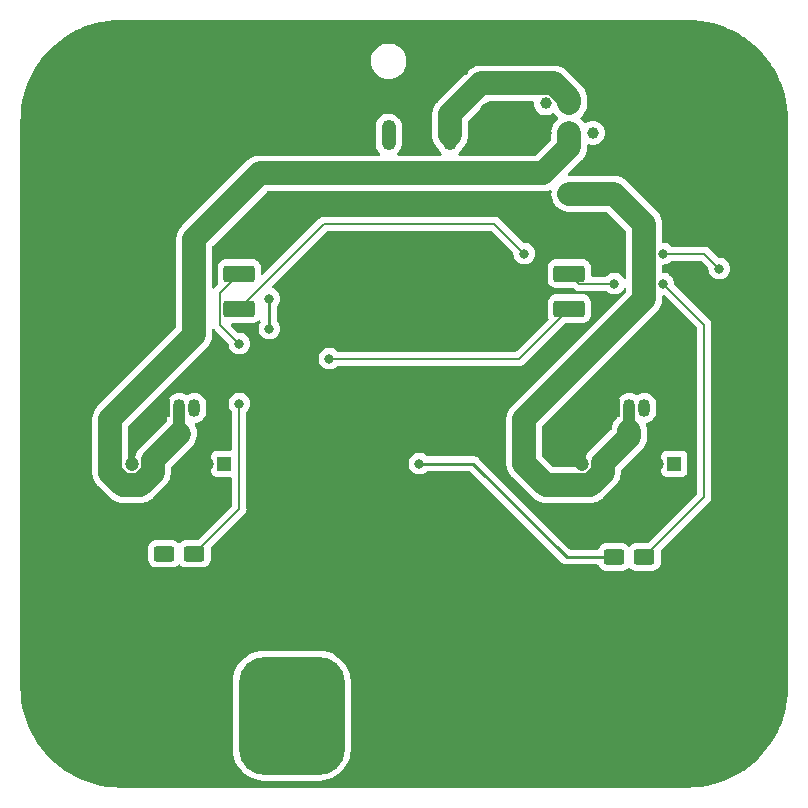
<source format=gbr>
%TF.GenerationSoftware,KiCad,Pcbnew,7.0.2*%
%TF.CreationDate,2023-05-27T17:02:01+02:00*%
%TF.ProjectId,benchpsu_barreljack_adapter,62656e63-6870-4737-955f-62617272656c,rev?*%
%TF.SameCoordinates,Original*%
%TF.FileFunction,Copper,L1,Top*%
%TF.FilePolarity,Positive*%
%FSLAX46Y46*%
G04 Gerber Fmt 4.6, Leading zero omitted, Abs format (unit mm)*
G04 Created by KiCad (PCBNEW 7.0.2) date 2023-05-27 17:02:01*
%MOMM*%
%LPD*%
G01*
G04 APERTURE LIST*
G04 Aperture macros list*
%AMRoundRect*
0 Rectangle with rounded corners*
0 $1 Rounding radius*
0 $2 $3 $4 $5 $6 $7 $8 $9 X,Y pos of 4 corners*
0 Add a 4 corners polygon primitive as box body*
4,1,4,$2,$3,$4,$5,$6,$7,$8,$9,$2,$3,0*
0 Add four circle primitives for the rounded corners*
1,1,$1+$1,$2,$3*
1,1,$1+$1,$4,$5*
1,1,$1+$1,$6,$7*
1,1,$1+$1,$8,$9*
0 Add four rect primitives between the rounded corners*
20,1,$1+$1,$2,$3,$4,$5,0*
20,1,$1+$1,$4,$5,$6,$7,0*
20,1,$1+$1,$6,$7,$8,$9,0*
20,1,$1+$1,$8,$9,$2,$3,0*%
G04 Aperture macros list end*
%TA.AperFunction,ComponentPad*%
%ADD10C,1.524000*%
%TD*%
%TA.AperFunction,SMDPad,CuDef*%
%ADD11RoundRect,2.250000X2.250000X2.750000X-2.250000X2.750000X-2.250000X-2.750000X2.250000X-2.750000X0*%
%TD*%
%TA.AperFunction,SMDPad,CuDef*%
%ADD12RoundRect,0.250000X0.625000X-0.400000X0.625000X0.400000X-0.625000X0.400000X-0.625000X-0.400000X0*%
%TD*%
%TA.AperFunction,ComponentPad*%
%ADD13C,3.600000*%
%TD*%
%TA.AperFunction,ConnectorPad*%
%ADD14C,5.600000*%
%TD*%
%TA.AperFunction,ComponentPad*%
%ADD15R,1.050000X1.500000*%
%TD*%
%TA.AperFunction,ComponentPad*%
%ADD16O,1.050000X1.500000*%
%TD*%
%TA.AperFunction,SMDPad,CuDef*%
%ADD17RoundRect,0.250001X-1.074999X0.462499X-1.074999X-0.462499X1.074999X-0.462499X1.074999X0.462499X0*%
%TD*%
%TA.AperFunction,ComponentPad*%
%ADD18R,1.200000X1.200000*%
%TD*%
%TA.AperFunction,ComponentPad*%
%ADD19C,1.200000*%
%TD*%
%TA.AperFunction,ComponentPad*%
%ADD20C,1.000000*%
%TD*%
%TA.AperFunction,ComponentPad*%
%ADD21O,1.000000X2.500000*%
%TD*%
%TA.AperFunction,ComponentPad*%
%ADD22O,1.200000X2.600000*%
%TD*%
%TA.AperFunction,ComponentPad*%
%ADD23C,1.900000*%
%TD*%
%TA.AperFunction,ComponentPad*%
%ADD24O,1.300000X3.600000*%
%TD*%
%TA.AperFunction,ViaPad*%
%ADD25C,1.200000*%
%TD*%
%TA.AperFunction,ViaPad*%
%ADD26C,0.800000*%
%TD*%
%TA.AperFunction,Conductor*%
%ADD27C,0.200000*%
%TD*%
%TA.AperFunction,Conductor*%
%ADD28C,2.000000*%
%TD*%
%TA.AperFunction,Conductor*%
%ADD29C,1.000000*%
%TD*%
%TA.AperFunction,Conductor*%
%ADD30C,0.250000*%
%TD*%
G04 APERTURE END LIST*
D10*
%TO.P,J1,1,Pin_1*%
%TO.N,VCC*%
X145415000Y-131846000D03*
X145415000Y-129306000D03*
X145415000Y-126766000D03*
X145415000Y-124226000D03*
X142875000Y-131846000D03*
X142875000Y-129306000D03*
D11*
X142875000Y-128016000D03*
D10*
X142875000Y-126766000D03*
X142875000Y-124226000D03*
X140335000Y-131846000D03*
X140335000Y-129306000D03*
X140335000Y-126766000D03*
X140335000Y-124226000D03*
%TD*%
%TO.P,J2,1,Pin_1*%
%TO.N,GND*%
X164465000Y-131846000D03*
X164465000Y-129306000D03*
X164465000Y-126766000D03*
X164465000Y-124226000D03*
X161925000Y-131846000D03*
X161925000Y-129306000D03*
D11*
X161925000Y-128016000D03*
D10*
X161925000Y-126766000D03*
X161925000Y-124226000D03*
X159385000Y-131846000D03*
X159385000Y-129306000D03*
X159385000Y-126766000D03*
X159385000Y-124226000D03*
%TD*%
D12*
%TO.P,R3,1*%
%TO.N,Net-(D3-K)*%
X134620000Y-114300000D03*
%TO.P,R3,2*%
%TO.N,GND*%
X134620000Y-111200000D03*
%TD*%
D13*
%TO.P,H1,1,1*%
%TO.N,GND*%
X179400000Y-128600000D03*
D14*
X179400000Y-128600000D03*
%TD*%
D15*
%TO.P,U2,1,GND*%
%TO.N,GND*%
X170180000Y-101960000D03*
D16*
%TO.P,U2,2,VIN*%
%TO.N,SLEEVE*%
X171450000Y-101960000D03*
%TO.P,U2,3,VOUT*%
%TO.N,Net-(D3-A)*%
X172720000Y-101960000D03*
%TD*%
D17*
%TO.P,D1,1,K*%
%TO.N,Net-(D1-K)*%
X166370000Y-90587500D03*
%TO.P,D1,2,A*%
%TO.N,Net-(D1-A)*%
X166370000Y-93562500D03*
%TD*%
D18*
%TO.P,C2,1*%
%TO.N,SLEEVE*%
X168910000Y-106680000D03*
D19*
%TO.P,C2,2*%
%TO.N,GND*%
X167410000Y-106680000D03*
%TD*%
D13*
%TO.P,H2,1,1*%
%TO.N,GND*%
X179400000Y-74600000D03*
D14*
X179400000Y-74600000D03*
%TD*%
D12*
%TO.P,R4,1*%
%TO.N,Net-(D4-K)*%
X132080000Y-114300000D03*
%TO.P,R4,2*%
%TO.N,GND*%
X132080000Y-111200000D03*
%TD*%
D15*
%TO.P,U1,1,GND*%
%TO.N,GND*%
X132080000Y-101960000D03*
D16*
%TO.P,U1,2,VIN*%
%TO.N,TIP*%
X133350000Y-101960000D03*
%TO.P,U1,3,VOUT*%
%TO.N,Net-(D1-A)*%
X134620000Y-101960000D03*
%TD*%
D17*
%TO.P,D3,1,K*%
%TO.N,Net-(D3-K)*%
X138430000Y-90587500D03*
%TO.P,D3,2,A*%
%TO.N,Net-(D3-A)*%
X138430000Y-93562500D03*
%TD*%
D12*
%TO.P,R2,1*%
%TO.N,Net-(D2-K)*%
X170180000Y-114580000D03*
%TO.P,R2,2*%
%TO.N,GND*%
X170180000Y-111480000D03*
%TD*%
D20*
%TO.P,SW1,1,A*%
%TO.N,VCC*%
X168370000Y-78680000D03*
%TO.P,SW1,2,B*%
%TO.N,TIP*%
X166370000Y-78680000D03*
%TO.P,SW1,3,C*%
%TO.N,GND*%
X164370000Y-78680000D03*
%TO.P,SW1,4,A*%
X168370000Y-76180000D03*
%TO.P,SW1,5,B*%
%TO.N,SLEEVE*%
X166370000Y-76180000D03*
%TO.P,SW1,6,C*%
%TO.N,VCC*%
X164370000Y-76180000D03*
D21*
%TO.P,SW1,MP,MP*%
%TO.N,GND*%
X173420000Y-77430000D03*
X159320000Y-77430000D03*
%TD*%
D13*
%TO.P,H3,1,1*%
%TO.N,GND*%
X125400000Y-74600000D03*
D14*
X125400000Y-74600000D03*
%TD*%
D18*
%TO.P,C1,1*%
%TO.N,TIP*%
X130810000Y-106680000D03*
D19*
%TO.P,C1,2*%
%TO.N,GND*%
X129310000Y-106680000D03*
%TD*%
D18*
%TO.P,C3,1*%
%TO.N,Net-(D1-A)*%
X137160000Y-106680000D03*
D19*
%TO.P,C3,2*%
%TO.N,GND*%
X135660000Y-106680000D03*
%TD*%
D13*
%TO.P,H4,1,1*%
%TO.N,GND*%
X125400000Y-128600000D03*
D14*
X125400000Y-128600000D03*
%TD*%
D12*
%TO.P,R1,1*%
%TO.N,Net-(D1-K)*%
X172720000Y-114580000D03*
%TO.P,R1,2*%
%TO.N,GND*%
X172720000Y-111480000D03*
%TD*%
D22*
%TO.P,J3,2*%
%TO.N,SLEEVE*%
X156275000Y-78850000D03*
%TO.P,J3,3*%
%TO.N,unconnected-(J3-Pad3)*%
X151075000Y-78850000D03*
D23*
%TO.P,J3,4*%
%TO.N,TIP*%
X151075000Y-82100000D03*
D24*
%TO.P,J3,MP*%
%TO.N,GND*%
X147455000Y-72100000D03*
X157305000Y-72100000D03*
%TD*%
D18*
%TO.P,C4,1*%
%TO.N,Net-(D3-A)*%
X175260000Y-106680000D03*
D19*
%TO.P,C4,2*%
%TO.N,GND*%
X173760000Y-106680000D03*
%TD*%
D25*
%TO.N,SLEEVE*%
X166370000Y-83820000D03*
D26*
%TO.N,Net-(D1-A)*%
X146050000Y-97790000D03*
%TO.N,Net-(D3-A)*%
X179070000Y-90170000D03*
X162560000Y-88900000D03*
X174319500Y-88900000D03*
%TO.N,Net-(D1-K)*%
X170180000Y-91440000D03*
X174319500Y-91440000D03*
%TO.N,Net-(D2-K)*%
X153670000Y-106680000D03*
X140970000Y-92710000D03*
X140970000Y-95250000D03*
%TO.N,Net-(D3-K)*%
X138430000Y-101600000D03*
X138430000Y-96520000D03*
%TO.N,Net-(D4-K)*%
X132080000Y-114300000D03*
%TD*%
D27*
%TO.N,Net-(D1-K)*%
X177800000Y-109500000D02*
X172720000Y-114580000D01*
X177800000Y-94920500D02*
X177800000Y-109500000D01*
X174319500Y-91440000D02*
X177800000Y-94920500D01*
D28*
%TO.N,TIP*%
X166370000Y-79883000D02*
X164153000Y-82100000D01*
X166370000Y-78680000D02*
X166370000Y-79883000D01*
X164153000Y-82100000D02*
X151279000Y-82100000D01*
X128546000Y-108480000D02*
X130055585Y-108480000D01*
D29*
X133350000Y-104140000D02*
X133350000Y-101960000D01*
D28*
X130055585Y-108480000D02*
X131110000Y-107425585D01*
X151279000Y-82100000D02*
X140150000Y-82100000D01*
X127510000Y-102855000D02*
X127510000Y-107444000D01*
X131110000Y-107425585D02*
X131110000Y-106680000D01*
X127510000Y-107444000D02*
X128546000Y-108480000D01*
X133350000Y-104140000D02*
X131110000Y-106380000D01*
X134620000Y-87630000D02*
X134620000Y-95758000D01*
X140150000Y-82100000D02*
X134620000Y-87630000D01*
X134620000Y-95758000D02*
X127523000Y-102855000D01*
X127523000Y-102855000D02*
X127510000Y-102855000D01*
%TO.N,SLEEVE*%
X169210000Y-106634000D02*
X169210000Y-107425585D01*
X171450000Y-103886000D02*
X171450000Y-104394000D01*
X156275000Y-78850000D02*
X156275000Y-77108918D01*
X158903918Y-74480000D02*
X165074164Y-74480000D01*
X171450000Y-104394000D02*
X169210000Y-106634000D01*
X169210000Y-107425585D02*
X168155585Y-108480000D01*
X162560000Y-102870000D02*
X172720000Y-92710000D01*
X170180000Y-83820000D02*
X166370000Y-83820000D01*
X165074164Y-74480000D02*
X166370000Y-75775836D01*
X156275000Y-77108918D02*
X158903918Y-74480000D01*
X168155585Y-108480000D02*
X164360000Y-108480000D01*
X172720000Y-86360000D02*
X170180000Y-83820000D01*
X166370000Y-75775836D02*
X166370000Y-76180000D01*
D29*
X171450000Y-103886000D02*
X171450000Y-101960000D01*
D28*
X162560000Y-106680000D02*
X162560000Y-102870000D01*
X164360000Y-108480000D02*
X162560000Y-106680000D01*
X172720000Y-92710000D02*
X172720000Y-86360000D01*
D27*
%TO.N,Net-(D1-A)*%
X162142500Y-97790000D02*
X166370000Y-93562500D01*
X146050000Y-97790000D02*
X162142500Y-97790000D01*
%TO.N,Net-(D3-A)*%
X160020000Y-86360000D02*
X162560000Y-88900000D01*
X177800000Y-88900000D02*
X174319500Y-88900000D01*
X138430000Y-93562500D02*
X145632500Y-86360000D01*
X147320000Y-86360000D02*
X160020000Y-86360000D01*
X145632500Y-86360000D02*
X147320000Y-86360000D01*
X179070000Y-90170000D02*
X177800000Y-88900000D01*
%TO.N,Net-(D1-K)*%
X170180000Y-91440000D02*
X167222500Y-91440000D01*
X167222500Y-91440000D02*
X166370000Y-90587500D01*
D30*
%TO.N,Net-(D2-K)*%
X166142000Y-114580000D02*
X170180000Y-114580000D01*
X140970000Y-92710000D02*
X140970000Y-95250000D01*
X153670000Y-106680000D02*
X158242000Y-106680000D01*
X158242000Y-106680000D02*
X166142000Y-114580000D01*
D27*
%TO.N,Net-(D3-K)*%
X134620000Y-114300000D02*
X138430000Y-110490000D01*
X136805000Y-92212500D02*
X138430000Y-90587500D01*
X136805000Y-94895000D02*
X136805000Y-92212500D01*
X138430000Y-110490000D02*
X138430000Y-101600000D01*
X138430000Y-96520000D02*
X136805000Y-94895000D01*
%TD*%
%TA.AperFunction,Conductor*%
%TO.N,GND*%
G36*
X163304582Y-76008502D02*
G01*
X163351075Y-76062158D01*
X163361854Y-76126850D01*
X163356619Y-76179999D01*
X163376091Y-76377701D01*
X163433758Y-76567802D01*
X163527406Y-76743007D01*
X163653431Y-76896568D01*
X163806992Y-77022593D01*
X163806996Y-77022595D01*
X163982196Y-77116241D01*
X164077247Y-77145074D01*
X164172298Y-77173908D01*
X164369999Y-77193380D01*
X164369999Y-77193379D01*
X164370000Y-77193380D01*
X164567701Y-77173908D01*
X164757804Y-77116241D01*
X164933004Y-77022595D01*
X164944586Y-77013089D01*
X165009930Y-76985336D01*
X165079908Y-76997315D01*
X165131013Y-77043144D01*
X165160117Y-77089168D01*
X165321625Y-77271474D01*
X165358321Y-77301435D01*
X165393707Y-77330327D01*
X165433824Y-77388903D01*
X165435903Y-77459869D01*
X165401303Y-77518798D01*
X165237199Y-77676423D01*
X165090880Y-77871139D01*
X164977697Y-78086791D01*
X164900567Y-78317821D01*
X164861500Y-78558218D01*
X164861500Y-79205968D01*
X164841498Y-79274089D01*
X164824595Y-79295063D01*
X163565063Y-80554595D01*
X163502751Y-80588621D01*
X163475968Y-80591500D01*
X157107810Y-80591500D01*
X157039689Y-80571498D01*
X156993196Y-80517842D01*
X156983092Y-80447568D01*
X157012586Y-80382988D01*
X157016619Y-80378550D01*
X157059814Y-80333248D01*
X157150303Y-80238346D01*
X157264756Y-80060254D01*
X157299724Y-79972905D01*
X157329414Y-79928866D01*
X157407802Y-79853575D01*
X157554117Y-79658865D01*
X157667304Y-79443205D01*
X157744431Y-79212182D01*
X157763839Y-79092762D01*
X157783500Y-78971781D01*
X157783500Y-77785948D01*
X157803502Y-77717827D01*
X157820405Y-77696853D01*
X159491854Y-76025405D01*
X159554166Y-75991379D01*
X159580949Y-75988500D01*
X163236461Y-75988500D01*
X163304582Y-76008502D01*
G37*
%TD.AperFunction*%
%TA.AperFunction,Conductor*%
G36*
X176402046Y-69100567D02*
G01*
X176430560Y-69101500D01*
X176951793Y-69118563D01*
X176959998Y-69119102D01*
X177505303Y-69172809D01*
X177513467Y-69173884D01*
X178054094Y-69263143D01*
X178062180Y-69264751D01*
X178595845Y-69389183D01*
X178603771Y-69391308D01*
X179128136Y-69550372D01*
X179135914Y-69553011D01*
X179648767Y-69746036D01*
X179656363Y-69749183D01*
X180155493Y-69975335D01*
X180162857Y-69978967D01*
X180632161Y-70229815D01*
X180646113Y-70237273D01*
X180653254Y-70241396D01*
X181118562Y-70530743D01*
X181125417Y-70535323D01*
X181570816Y-70854491D01*
X181577358Y-70859511D01*
X181962923Y-71175937D01*
X182000918Y-71207118D01*
X182007117Y-71212554D01*
X182407043Y-71587126D01*
X182412873Y-71592956D01*
X182787445Y-71992882D01*
X182792881Y-71999081D01*
X183140488Y-72422641D01*
X183145508Y-72429183D01*
X183464676Y-72874582D01*
X183469256Y-72881437D01*
X183758603Y-73346745D01*
X183762726Y-73353886D01*
X184021024Y-73837126D01*
X184024671Y-73844521D01*
X184250812Y-74343626D01*
X184253967Y-74351243D01*
X184446982Y-74864070D01*
X184449632Y-74871878D01*
X184608686Y-75396209D01*
X184610821Y-75404174D01*
X184735248Y-75937819D01*
X184736856Y-75945905D01*
X184826114Y-76486527D01*
X184827190Y-76494702D01*
X184880896Y-77039989D01*
X184881436Y-77048216D01*
X184899433Y-77597953D01*
X184899500Y-77602076D01*
X184899500Y-125597923D01*
X184899433Y-125602046D01*
X184881436Y-126151783D01*
X184880896Y-126160010D01*
X184827190Y-126705297D01*
X184826114Y-126713472D01*
X184736856Y-127254094D01*
X184735248Y-127262180D01*
X184610821Y-127795825D01*
X184608686Y-127803790D01*
X184449632Y-128328121D01*
X184446982Y-128335929D01*
X184253967Y-128848756D01*
X184250812Y-128856373D01*
X184024671Y-129355478D01*
X184021024Y-129362873D01*
X183762726Y-129846113D01*
X183758603Y-129853254D01*
X183469256Y-130318562D01*
X183464676Y-130325417D01*
X183145508Y-130770816D01*
X183140488Y-130777358D01*
X182792881Y-131200918D01*
X182787445Y-131207117D01*
X182412873Y-131607043D01*
X182407043Y-131612873D01*
X182007117Y-131987445D01*
X182000918Y-131992881D01*
X181577358Y-132340488D01*
X181570816Y-132345508D01*
X181125417Y-132664676D01*
X181118562Y-132669256D01*
X180653254Y-132958603D01*
X180646113Y-132962726D01*
X180162873Y-133221024D01*
X180155478Y-133224671D01*
X179656373Y-133450812D01*
X179648756Y-133453967D01*
X179135929Y-133646982D01*
X179128121Y-133649632D01*
X178603790Y-133808686D01*
X178595825Y-133810821D01*
X178062180Y-133935248D01*
X178054094Y-133936856D01*
X177513472Y-134026114D01*
X177505297Y-134027190D01*
X176960010Y-134080896D01*
X176951783Y-134081436D01*
X176402047Y-134099433D01*
X176397924Y-134099500D01*
X128402076Y-134099500D01*
X128397953Y-134099433D01*
X127848216Y-134081436D01*
X127839989Y-134080896D01*
X127294702Y-134027190D01*
X127286527Y-134026114D01*
X126745905Y-133936856D01*
X126737819Y-133935248D01*
X126204174Y-133810821D01*
X126196209Y-133808686D01*
X125671878Y-133649632D01*
X125664070Y-133646982D01*
X125151243Y-133453967D01*
X125143626Y-133450812D01*
X124644521Y-133224671D01*
X124637126Y-133221024D01*
X124153886Y-132962726D01*
X124146745Y-132958603D01*
X123681437Y-132669256D01*
X123674582Y-132664676D01*
X123229183Y-132345508D01*
X123222641Y-132340488D01*
X122799081Y-131992881D01*
X122792882Y-131987445D01*
X122392956Y-131612873D01*
X122387126Y-131607043D01*
X122065964Y-131264142D01*
X122012548Y-131207110D01*
X122007118Y-131200918D01*
X121787127Y-130932859D01*
X121784012Y-130929063D01*
X137866500Y-130929063D01*
X137866501Y-130932858D01*
X137866959Y-130936633D01*
X137866960Y-130936643D01*
X137867697Y-130942709D01*
X137906725Y-131264142D01*
X137907632Y-131267824D01*
X137907634Y-131267832D01*
X137985677Y-131584464D01*
X137985679Y-131584472D01*
X137986589Y-131588162D01*
X137987937Y-131591716D01*
X137987940Y-131591726D01*
X138103574Y-131896630D01*
X138103578Y-131896640D01*
X138104926Y-131900193D01*
X138106691Y-131903557D01*
X138106697Y-131903569D01*
X138258240Y-132192308D01*
X138258244Y-132192315D01*
X138260013Y-132195685D01*
X138449585Y-132470329D01*
X138670881Y-132720119D01*
X138920671Y-132941415D01*
X139195315Y-133130987D01*
X139198689Y-133132758D01*
X139198691Y-133132759D01*
X139487430Y-133284302D01*
X139487435Y-133284304D01*
X139490807Y-133286074D01*
X139802838Y-133404411D01*
X140126858Y-133484275D01*
X140458141Y-133524500D01*
X145291858Y-133524499D01*
X145623142Y-133484275D01*
X145947162Y-133404411D01*
X146259193Y-133286074D01*
X146554685Y-133130987D01*
X146829329Y-132941415D01*
X147079119Y-132720119D01*
X147300415Y-132470329D01*
X147489987Y-132195685D01*
X147645074Y-131900193D01*
X147763411Y-131588162D01*
X147843275Y-131264142D01*
X147883500Y-130932859D01*
X147883499Y-125099142D01*
X147843275Y-124767858D01*
X147763411Y-124443838D01*
X147645074Y-124131807D01*
X147489987Y-123836315D01*
X147300415Y-123561671D01*
X147079119Y-123311881D01*
X146829329Y-123090585D01*
X146554685Y-122901013D01*
X146551315Y-122899244D01*
X146551308Y-122899240D01*
X146262569Y-122747697D01*
X146262557Y-122747691D01*
X146259193Y-122745926D01*
X146255640Y-122744578D01*
X146255630Y-122744574D01*
X145950726Y-122628940D01*
X145950716Y-122628937D01*
X145947162Y-122627589D01*
X145943472Y-122626679D01*
X145943464Y-122626677D01*
X145626834Y-122548635D01*
X145623142Y-122547725D01*
X145619375Y-122547267D01*
X145619361Y-122547265D01*
X145295642Y-122507959D01*
X145295636Y-122507958D01*
X145291859Y-122507500D01*
X145288050Y-122507500D01*
X140461952Y-122507500D01*
X140461935Y-122507500D01*
X140458142Y-122507501D01*
X140454367Y-122507959D01*
X140454356Y-122507960D01*
X140130637Y-122547266D01*
X140130634Y-122547266D01*
X140126858Y-122547725D01*
X140123178Y-122548631D01*
X140123167Y-122548634D01*
X139806535Y-122626677D01*
X139806523Y-122626680D01*
X139802838Y-122627589D01*
X139799288Y-122628935D01*
X139799273Y-122628940D01*
X139494369Y-122744574D01*
X139494353Y-122744581D01*
X139490807Y-122745926D01*
X139487448Y-122747688D01*
X139487430Y-122747697D01*
X139198691Y-122899240D01*
X139198676Y-122899248D01*
X139195315Y-122901013D01*
X139192186Y-122903172D01*
X139192179Y-122903177D01*
X138923809Y-123088418D01*
X138923798Y-123088426D01*
X138920671Y-123090585D01*
X138917821Y-123093109D01*
X138917817Y-123093113D01*
X138673721Y-123309364D01*
X138673712Y-123309372D01*
X138670881Y-123311881D01*
X138668372Y-123314712D01*
X138668364Y-123314721D01*
X138452113Y-123558817D01*
X138449585Y-123561671D01*
X138447426Y-123564798D01*
X138447418Y-123564809D01*
X138262177Y-123833179D01*
X138262172Y-123833186D01*
X138260013Y-123836315D01*
X138258248Y-123839676D01*
X138258240Y-123839691D01*
X138106697Y-124128430D01*
X138106688Y-124128448D01*
X138104926Y-124131807D01*
X138103581Y-124135353D01*
X138103574Y-124135369D01*
X137987940Y-124440273D01*
X137987935Y-124440288D01*
X137986589Y-124443838D01*
X137985680Y-124447523D01*
X137985677Y-124447535D01*
X137907635Y-124764165D01*
X137906725Y-124767858D01*
X137906268Y-124771621D01*
X137906265Y-124771638D01*
X137866959Y-125095357D01*
X137866500Y-125099141D01*
X137866500Y-125102948D01*
X137866500Y-125102949D01*
X137866500Y-130929047D01*
X137866500Y-130929063D01*
X121784012Y-130929063D01*
X121659511Y-130777358D01*
X121654491Y-130770816D01*
X121335323Y-130325417D01*
X121330743Y-130318562D01*
X121041396Y-129853254D01*
X121037273Y-129846113D01*
X120785439Y-129374966D01*
X120778967Y-129362857D01*
X120775335Y-129355493D01*
X120549183Y-128856363D01*
X120546032Y-128848756D01*
X120535122Y-128819768D01*
X120353011Y-128335914D01*
X120350372Y-128328136D01*
X120191308Y-127803771D01*
X120189183Y-127795845D01*
X120064751Y-127262180D01*
X120063143Y-127254094D01*
X119973885Y-126713472D01*
X119972809Y-126705297D01*
X119919103Y-126160010D01*
X119918563Y-126151782D01*
X119900567Y-125602045D01*
X119900500Y-125597923D01*
X119900500Y-114747357D01*
X130696500Y-114747357D01*
X130696501Y-114750544D01*
X130707113Y-114854426D01*
X130762885Y-115022738D01*
X130831772Y-115134421D01*
X130855972Y-115173655D01*
X130981344Y-115299027D01*
X130981346Y-115299028D01*
X130981348Y-115299030D01*
X131132262Y-115392115D01*
X131300574Y-115447887D01*
X131376637Y-115455658D01*
X131401253Y-115458173D01*
X131401255Y-115458173D01*
X131404455Y-115458500D01*
X132755544Y-115458499D01*
X132859426Y-115447887D01*
X133027738Y-115392115D01*
X133178652Y-115299030D01*
X133260906Y-115216775D01*
X133323216Y-115182752D01*
X133394032Y-115187816D01*
X133439093Y-115216775D01*
X133521348Y-115299030D01*
X133672262Y-115392115D01*
X133840574Y-115447887D01*
X133916637Y-115455658D01*
X133941253Y-115458173D01*
X133941255Y-115458173D01*
X133944455Y-115458500D01*
X135295544Y-115458499D01*
X135399426Y-115447887D01*
X135567738Y-115392115D01*
X135718652Y-115299030D01*
X135844030Y-115173652D01*
X135937115Y-115022738D01*
X135992887Y-114854426D01*
X136003500Y-114750545D01*
X136003499Y-113849456D01*
X136002873Y-113843334D01*
X136015841Y-113773535D01*
X136039121Y-113741426D01*
X138826235Y-110954312D01*
X138838619Y-110943452D01*
X138838788Y-110943322D01*
X138863987Y-110923987D01*
X138877948Y-110905791D01*
X138877952Y-110905788D01*
X138961523Y-110796877D01*
X138961522Y-110796877D01*
X138961524Y-110796876D01*
X139022838Y-110648851D01*
X139043751Y-110490000D01*
X139039578Y-110458300D01*
X139038500Y-110441855D01*
X139038500Y-102330290D01*
X139058502Y-102262169D01*
X139070860Y-102245983D01*
X139169040Y-102136944D01*
X139264527Y-101971556D01*
X139323542Y-101789928D01*
X139343504Y-101600000D01*
X139323542Y-101410072D01*
X139264527Y-101228444D01*
X139264527Y-101228443D01*
X139169041Y-101063057D01*
X139041252Y-100921133D01*
X138886753Y-100808883D01*
X138886752Y-100808882D01*
X138712288Y-100731206D01*
X138525487Y-100691500D01*
X138334513Y-100691500D01*
X138217119Y-100716453D01*
X138147711Y-100731206D01*
X137973246Y-100808883D01*
X137818747Y-100921133D01*
X137690958Y-101063057D01*
X137595472Y-101228443D01*
X137536458Y-101410070D01*
X137516496Y-101599999D01*
X137536458Y-101789929D01*
X137595472Y-101971556D01*
X137690958Y-102136942D01*
X137690960Y-102136944D01*
X137789136Y-102245980D01*
X137819853Y-102309987D01*
X137821500Y-102330290D01*
X137821500Y-105445500D01*
X137801498Y-105513621D01*
X137747842Y-105560114D01*
X137695500Y-105571500D01*
X136511362Y-105571500D01*
X136508013Y-105571859D01*
X136508013Y-105571860D01*
X136450799Y-105578011D01*
X136313794Y-105629111D01*
X136196738Y-105716738D01*
X136109111Y-105833794D01*
X136088564Y-105888883D01*
X136058011Y-105970799D01*
X136051500Y-106031362D01*
X136051500Y-107328638D01*
X136058011Y-107389201D01*
X136070244Y-107421999D01*
X136109111Y-107526205D01*
X136196738Y-107643261D01*
X136313794Y-107730888D01*
X136313795Y-107730888D01*
X136313796Y-107730889D01*
X136450799Y-107781989D01*
X136511362Y-107788500D01*
X136514731Y-107788500D01*
X137695500Y-107788500D01*
X137763621Y-107808502D01*
X137810114Y-107862158D01*
X137821500Y-107914500D01*
X137821500Y-110185760D01*
X137801498Y-110253881D01*
X137784595Y-110274855D01*
X134954854Y-113104595D01*
X134892542Y-113138621D01*
X134865759Y-113141500D01*
X133947661Y-113141500D01*
X133947641Y-113141500D01*
X133944456Y-113141501D01*
X133941279Y-113141825D01*
X133941270Y-113141826D01*
X133840573Y-113152113D01*
X133672262Y-113207885D01*
X133521346Y-113300971D01*
X133439095Y-113383222D01*
X133376783Y-113417247D01*
X133305967Y-113412181D01*
X133260905Y-113383222D01*
X133178653Y-113300971D01*
X133178652Y-113300970D01*
X133027738Y-113207885D01*
X132859426Y-113152113D01*
X132859423Y-113152112D01*
X132859421Y-113152112D01*
X132758746Y-113141826D01*
X132758725Y-113141824D01*
X132755545Y-113141500D01*
X132752339Y-113141500D01*
X131407661Y-113141500D01*
X131407641Y-113141500D01*
X131404456Y-113141501D01*
X131401279Y-113141825D01*
X131401270Y-113141826D01*
X131300573Y-113152113D01*
X131132262Y-113207885D01*
X130981344Y-113300972D01*
X130855972Y-113426344D01*
X130804829Y-113509259D01*
X130762885Y-113577262D01*
X130707113Y-113745574D01*
X130707112Y-113745578D01*
X130696826Y-113846253D01*
X130696824Y-113846275D01*
X130696500Y-113849455D01*
X130696500Y-113852659D01*
X130696500Y-113852660D01*
X130696500Y-114747338D01*
X130696500Y-114747357D01*
X119900500Y-114747357D01*
X119900500Y-102915941D01*
X125997819Y-102915941D01*
X126000581Y-102938685D01*
X126001500Y-102953873D01*
X126001500Y-107427541D01*
X126001474Y-107430079D01*
X125999352Y-107535376D01*
X126009523Y-107607048D01*
X126010364Y-107614611D01*
X126016189Y-107686769D01*
X126025624Y-107725051D01*
X126028035Y-107737494D01*
X126033573Y-107776517D01*
X126045341Y-107814280D01*
X126055108Y-107845626D01*
X126057147Y-107852940D01*
X126062788Y-107875826D01*
X126074477Y-107923248D01*
X126085925Y-107950117D01*
X126089929Y-107959515D01*
X126094305Y-107971415D01*
X126106032Y-108009046D01*
X126138370Y-108073799D01*
X126141563Y-108080705D01*
X126169944Y-108147316D01*
X126182389Y-108166996D01*
X126191014Y-108180635D01*
X126197244Y-108191682D01*
X126214854Y-108226943D01*
X126246618Y-108271034D01*
X126257164Y-108285673D01*
X126261424Y-108291980D01*
X126300117Y-108353168D01*
X126326265Y-108382684D01*
X126334179Y-108392579D01*
X126357216Y-108424557D01*
X126357218Y-108424559D01*
X126357219Y-108424560D01*
X126408400Y-108475741D01*
X126413601Y-108481266D01*
X126461625Y-108535474D01*
X126492182Y-108560422D01*
X126501577Y-108568918D01*
X127467673Y-109535014D01*
X127469402Y-109536777D01*
X127520197Y-109589660D01*
X127542426Y-109612803D01*
X127600292Y-109656286D01*
X127606236Y-109661040D01*
X127661380Y-109707946D01*
X127695118Y-109728341D01*
X127705618Y-109735433D01*
X127737132Y-109759115D01*
X127737135Y-109759117D01*
X127801226Y-109792754D01*
X127807848Y-109796488D01*
X127846830Y-109820054D01*
X127869811Y-109833947D01*
X127906381Y-109848665D01*
X127917891Y-109853985D01*
X127952795Y-109872304D01*
X128021464Y-109895228D01*
X128028600Y-109897853D01*
X128095757Y-109924882D01*
X128134232Y-109933547D01*
X128146407Y-109936941D01*
X128183818Y-109949431D01*
X128255293Y-109961045D01*
X128262721Y-109962484D01*
X128333362Y-109978395D01*
X128372712Y-109980774D01*
X128385303Y-109982174D01*
X128424221Y-109988500D01*
X128496596Y-109988500D01*
X128504203Y-109988729D01*
X128576475Y-109993102D01*
X128615707Y-109989138D01*
X128628373Y-109988500D01*
X130039128Y-109988500D01*
X130041666Y-109988526D01*
X130146959Y-109990647D01*
X130146959Y-109990646D01*
X130146962Y-109990647D01*
X130218622Y-109980476D01*
X130226187Y-109979636D01*
X130298346Y-109973811D01*
X130298348Y-109973810D01*
X130298353Y-109973810D01*
X130336658Y-109964368D01*
X130349055Y-109961966D01*
X130388103Y-109956426D01*
X130457204Y-109934892D01*
X130464520Y-109932852D01*
X130534833Y-109915523D01*
X130571115Y-109900063D01*
X130582996Y-109895694D01*
X130620633Y-109883967D01*
X130685388Y-109851626D01*
X130692283Y-109848438D01*
X130758901Y-109820056D01*
X130792223Y-109798982D01*
X130803245Y-109792765D01*
X130838528Y-109775146D01*
X130897277Y-109732820D01*
X130903561Y-109728577D01*
X130964753Y-109689883D01*
X130994270Y-109663732D01*
X131004164Y-109655819D01*
X131036145Y-109632781D01*
X131087342Y-109581582D01*
X131092833Y-109576413D01*
X131147059Y-109528375D01*
X131171998Y-109497827D01*
X131180495Y-109488429D01*
X132165064Y-108503861D01*
X132166775Y-108502183D01*
X132242802Y-108429160D01*
X132286302Y-108371269D01*
X132291024Y-108365366D01*
X132337946Y-108310205D01*
X132358343Y-108276462D01*
X132365428Y-108265973D01*
X132389117Y-108234450D01*
X132422753Y-108170359D01*
X132426486Y-108163742D01*
X132463946Y-108101777D01*
X132463945Y-108101777D01*
X132463948Y-108101774D01*
X132478672Y-108065185D01*
X132483990Y-108053682D01*
X132502304Y-108018790D01*
X132525231Y-107950112D01*
X132527852Y-107942988D01*
X132554882Y-107875828D01*
X132563540Y-107837379D01*
X132566944Y-107825167D01*
X132579431Y-107787767D01*
X132591042Y-107716308D01*
X132592490Y-107708839D01*
X132603364Y-107660560D01*
X132608395Y-107638223D01*
X132610775Y-107598868D01*
X132612173Y-107586285D01*
X132618500Y-107547364D01*
X132618500Y-107474987D01*
X132618730Y-107467379D01*
X132618999Y-107462939D01*
X132623102Y-107395109D01*
X132619138Y-107355876D01*
X132618500Y-107343211D01*
X132618500Y-107057030D01*
X132638502Y-106988909D01*
X132655400Y-106967940D01*
X134459660Y-105163681D01*
X134577946Y-105024621D01*
X134577948Y-105024618D01*
X134703944Y-104816195D01*
X134703945Y-104816191D01*
X134703947Y-104816189D01*
X134794882Y-104590243D01*
X134848395Y-104352638D01*
X134863101Y-104109525D01*
X134838618Y-103867201D01*
X134775581Y-103631943D01*
X134675622Y-103409843D01*
X134673579Y-103406752D01*
X134671844Y-103404126D01*
X134650969Y-103336267D01*
X134670096Y-103267896D01*
X134723151Y-103220718D01*
X134764609Y-103209258D01*
X134776796Y-103208057D01*
X134822601Y-103203546D01*
X135017417Y-103144450D01*
X135196960Y-103048482D01*
X135196961Y-103048480D01*
X135196963Y-103048480D01*
X135354331Y-102919331D01*
X135483480Y-102761963D01*
X135483482Y-102761960D01*
X135579450Y-102582417D01*
X135638546Y-102387601D01*
X135653500Y-102235775D01*
X135653500Y-101684225D01*
X135638546Y-101532399D01*
X135579450Y-101337583D01*
X135483482Y-101158040D01*
X135483480Y-101158036D01*
X135354331Y-101000668D01*
X135196963Y-100871519D01*
X135017419Y-100775551D01*
X135017418Y-100775550D01*
X135017417Y-100775550D01*
X134822601Y-100716454D01*
X134822598Y-100716453D01*
X134822596Y-100716453D01*
X134619999Y-100696498D01*
X134417403Y-100716453D01*
X134417400Y-100716453D01*
X134417399Y-100716454D01*
X134222583Y-100775550D01*
X134222582Y-100775550D01*
X134222577Y-100775552D01*
X134044395Y-100870792D01*
X133974889Y-100885264D01*
X133925605Y-100870792D01*
X133747422Y-100775552D01*
X133747419Y-100775551D01*
X133747417Y-100775550D01*
X133552601Y-100716454D01*
X133552598Y-100716453D01*
X133552596Y-100716453D01*
X133349999Y-100696498D01*
X133147403Y-100716453D01*
X133147400Y-100716453D01*
X133147399Y-100716454D01*
X133098768Y-100731206D01*
X132952580Y-100775551D01*
X132773036Y-100871519D01*
X132615668Y-101000668D01*
X132486519Y-101158036D01*
X132390551Y-101337580D01*
X132331453Y-101532403D01*
X132316803Y-101681143D01*
X132316802Y-101681154D01*
X132316500Y-101684225D01*
X132316500Y-102235775D01*
X132316802Y-102238846D01*
X132316803Y-102238856D01*
X132331453Y-102387596D01*
X132331453Y-102387598D01*
X132331454Y-102387601D01*
X132336074Y-102402833D01*
X132341500Y-102439407D01*
X132341500Y-102962968D01*
X132321498Y-103031089D01*
X132304595Y-103052063D01*
X130002144Y-105354513D01*
X130002132Y-105354525D01*
X130000339Y-105356319D01*
X129998697Y-105358248D01*
X129998689Y-105358258D01*
X129882053Y-105495380D01*
X129756053Y-105703808D01*
X129665117Y-105929759D01*
X129611604Y-106167362D01*
X129596898Y-106410474D01*
X129606199Y-106502537D01*
X129605206Y-106535409D01*
X129601499Y-106558218D01*
X129601499Y-106748554D01*
X129581497Y-106816674D01*
X129564596Y-106837647D01*
X129467646Y-106934596D01*
X129405337Y-106968620D01*
X129378553Y-106971500D01*
X129223031Y-106971500D01*
X129154910Y-106951498D01*
X129133936Y-106934595D01*
X129055404Y-106856063D01*
X129021378Y-106793751D01*
X129018499Y-106766968D01*
X129018499Y-105161740D01*
X129018499Y-103545027D01*
X129038501Y-103476910D01*
X129055399Y-103455941D01*
X134721340Y-97789999D01*
X145136496Y-97789999D01*
X145156458Y-97979929D01*
X145215472Y-98161556D01*
X145310958Y-98326942D01*
X145310960Y-98326944D01*
X145438747Y-98468866D01*
X145593248Y-98581118D01*
X145767712Y-98658794D01*
X145954513Y-98698500D01*
X145954515Y-98698500D01*
X146145485Y-98698500D01*
X146145487Y-98698500D01*
X146332288Y-98658794D01*
X146506752Y-98581118D01*
X146661253Y-98468866D01*
X146687073Y-98440189D01*
X146747520Y-98402950D01*
X146780710Y-98398500D01*
X162094364Y-98398500D01*
X162110807Y-98399577D01*
X162142500Y-98403750D01*
X162182380Y-98398500D01*
X162182385Y-98398500D01*
X162281956Y-98385391D01*
X162301351Y-98382838D01*
X162449376Y-98321524D01*
X162544572Y-98248477D01*
X162544572Y-98248476D01*
X162561129Y-98235772D01*
X162561132Y-98235769D01*
X162562046Y-98235067D01*
X162576487Y-98223987D01*
X162595957Y-98198611D01*
X162606809Y-98186238D01*
X165972643Y-94820405D01*
X166034956Y-94786379D01*
X166061739Y-94783500D01*
X167492339Y-94783500D01*
X167495544Y-94783500D01*
X167599425Y-94772887D01*
X167767738Y-94717115D01*
X167918651Y-94624030D01*
X168044030Y-94498651D01*
X168137115Y-94347738D01*
X168192887Y-94179425D01*
X168203500Y-94075544D01*
X168203500Y-93049456D01*
X168192887Y-92945575D01*
X168137115Y-92777262D01*
X168044030Y-92626349D01*
X168044028Y-92626347D01*
X168044027Y-92626345D01*
X167918654Y-92500972D01*
X167918651Y-92500970D01*
X167767738Y-92407885D01*
X167599425Y-92352113D01*
X167599422Y-92352112D01*
X167498745Y-92341826D01*
X167498724Y-92341824D01*
X167495544Y-92341500D01*
X165244456Y-92341500D01*
X165241276Y-92341824D01*
X165241254Y-92341826D01*
X165140577Y-92352112D01*
X164972262Y-92407885D01*
X164821345Y-92500972D01*
X164695972Y-92626345D01*
X164602885Y-92777262D01*
X164547112Y-92945577D01*
X164536826Y-93046254D01*
X164536824Y-93046276D01*
X164536500Y-93049456D01*
X164536500Y-94075544D01*
X164536824Y-94078724D01*
X164536826Y-94078745D01*
X164547112Y-94179422D01*
X164547113Y-94179425D01*
X164602885Y-94347738D01*
X164602886Y-94347739D01*
X164607518Y-94361718D01*
X164603709Y-94362980D01*
X164615606Y-94406475D01*
X164594341Y-94474212D01*
X164578723Y-94493226D01*
X161927356Y-97144595D01*
X161865044Y-97178620D01*
X161838261Y-97181500D01*
X146780710Y-97181500D01*
X146712589Y-97161498D01*
X146687074Y-97139811D01*
X146661252Y-97111133D01*
X146506753Y-96998883D01*
X146506752Y-96998882D01*
X146332288Y-96921206D01*
X146145487Y-96881500D01*
X145954513Y-96881500D01*
X145829978Y-96907970D01*
X145767711Y-96921206D01*
X145593246Y-96998883D01*
X145438747Y-97111133D01*
X145310958Y-97253057D01*
X145215472Y-97418443D01*
X145156458Y-97600070D01*
X145136496Y-97789999D01*
X134721340Y-97789999D01*
X135675040Y-96836299D01*
X135676751Y-96834621D01*
X135752802Y-96761575D01*
X135796295Y-96703694D01*
X135801042Y-96697761D01*
X135847947Y-96642619D01*
X135868336Y-96608890D01*
X135875438Y-96598375D01*
X135899117Y-96566865D01*
X135899116Y-96566865D01*
X135932762Y-96502758D01*
X135936473Y-96496177D01*
X135973948Y-96434188D01*
X135988675Y-96397593D01*
X135993983Y-96386110D01*
X136012304Y-96351205D01*
X136035225Y-96282542D01*
X136037853Y-96275400D01*
X136064881Y-96208245D01*
X136064882Y-96208243D01*
X136073541Y-96169791D01*
X136076949Y-96157568D01*
X136089430Y-96120185D01*
X136089430Y-96120184D01*
X136089431Y-96120182D01*
X136101041Y-96048732D01*
X136102489Y-96041262D01*
X136103304Y-96037642D01*
X136118396Y-95970637D01*
X136120775Y-95931280D01*
X136122175Y-95918689D01*
X136128500Y-95879779D01*
X136128500Y-95807407D01*
X136128730Y-95799799D01*
X136133102Y-95727524D01*
X136129138Y-95688290D01*
X136128500Y-95675625D01*
X136128500Y-95384122D01*
X136148502Y-95316001D01*
X136202158Y-95269508D01*
X136272432Y-95259404D01*
X136337012Y-95288898D01*
X136354459Y-95307414D01*
X136371013Y-95328987D01*
X136396379Y-95348451D01*
X136408769Y-95359318D01*
X137479035Y-96429584D01*
X137513061Y-96491896D01*
X137513891Y-96506958D01*
X137515112Y-96506830D01*
X137516496Y-96519999D01*
X137516496Y-96520000D01*
X137525267Y-96603449D01*
X137536458Y-96709929D01*
X137595472Y-96891556D01*
X137690958Y-97056942D01*
X137690960Y-97056944D01*
X137818747Y-97198866D01*
X137973248Y-97311118D01*
X138147712Y-97388794D01*
X138334513Y-97428500D01*
X138334515Y-97428500D01*
X138525485Y-97428500D01*
X138525487Y-97428500D01*
X138712288Y-97388794D01*
X138886752Y-97311118D01*
X139041253Y-97198866D01*
X139169040Y-97056944D01*
X139264527Y-96891556D01*
X139323542Y-96709928D01*
X139343504Y-96520000D01*
X139323542Y-96330072D01*
X139283957Y-96208243D01*
X139264527Y-96148443D01*
X139169041Y-95983057D01*
X139041252Y-95841133D01*
X138886753Y-95728883D01*
X138886752Y-95728882D01*
X138712288Y-95651206D01*
X138525487Y-95611500D01*
X138525485Y-95611500D01*
X138434239Y-95611500D01*
X138366118Y-95591498D01*
X138345144Y-95574595D01*
X137769144Y-94998595D01*
X137735118Y-94936283D01*
X137740183Y-94865468D01*
X137782730Y-94808632D01*
X137849250Y-94783821D01*
X137858239Y-94783500D01*
X139552339Y-94783500D01*
X139555544Y-94783500D01*
X139659425Y-94772887D01*
X139827738Y-94717115D01*
X139978651Y-94624030D01*
X140020485Y-94582195D01*
X140082795Y-94548172D01*
X140153610Y-94553236D01*
X140210446Y-94595782D01*
X140235258Y-94662302D01*
X140220167Y-94731676D01*
X140218698Y-94734292D01*
X140135472Y-94878443D01*
X140076458Y-95060070D01*
X140056496Y-95249999D01*
X140076458Y-95439929D01*
X140135472Y-95621556D01*
X140230958Y-95786942D01*
X140245959Y-95803602D01*
X140358747Y-95928866D01*
X140513248Y-96041118D01*
X140687712Y-96118794D01*
X140874513Y-96158500D01*
X140874515Y-96158500D01*
X141065485Y-96158500D01*
X141065487Y-96158500D01*
X141252288Y-96118794D01*
X141426752Y-96041118D01*
X141581253Y-95928866D01*
X141709040Y-95786944D01*
X141804527Y-95621556D01*
X141863542Y-95439928D01*
X141883504Y-95250000D01*
X141863542Y-95060072D01*
X141818192Y-94920499D01*
X141804527Y-94878443D01*
X141709041Y-94713057D01*
X141635863Y-94631783D01*
X141605146Y-94567775D01*
X141603500Y-94547473D01*
X141603500Y-93412524D01*
X141623502Y-93344403D01*
X141635858Y-93328220D01*
X141709040Y-93246944D01*
X141804527Y-93081556D01*
X141863542Y-92899928D01*
X141883504Y-92710000D01*
X141863542Y-92520072D01*
X141820960Y-92389020D01*
X141804527Y-92338443D01*
X141709041Y-92173057D01*
X141614899Y-92068502D01*
X141581253Y-92031134D01*
X141570876Y-92023595D01*
X141426753Y-91918883D01*
X141426752Y-91918882D01*
X141253394Y-91841698D01*
X141199300Y-91795720D01*
X141178651Y-91727793D01*
X141198003Y-91659485D01*
X141215546Y-91637502D01*
X145847643Y-87005405D01*
X145909956Y-86971379D01*
X145936739Y-86968500D01*
X147280115Y-86968500D01*
X159715761Y-86968500D01*
X159783882Y-86988502D01*
X159804856Y-87005405D01*
X161609035Y-88809584D01*
X161643061Y-88871896D01*
X161643891Y-88886958D01*
X161645112Y-88886830D01*
X161666458Y-89089929D01*
X161725472Y-89271556D01*
X161820958Y-89436942D01*
X161820960Y-89436944D01*
X161948747Y-89578866D01*
X162103248Y-89691118D01*
X162277712Y-89768794D01*
X162464513Y-89808500D01*
X162464515Y-89808500D01*
X162655485Y-89808500D01*
X162655487Y-89808500D01*
X162842288Y-89768794D01*
X163016752Y-89691118D01*
X163171253Y-89578866D01*
X163299040Y-89436944D01*
X163394527Y-89271556D01*
X163453542Y-89089928D01*
X163473504Y-88900000D01*
X163453542Y-88710072D01*
X163394527Y-88528444D01*
X163394527Y-88528443D01*
X163299041Y-88363057D01*
X163197074Y-88249811D01*
X163171253Y-88221134D01*
X163166851Y-88217936D01*
X163016753Y-88108883D01*
X163016752Y-88108882D01*
X162842288Y-88031206D01*
X162655487Y-87991500D01*
X162655485Y-87991500D01*
X162564239Y-87991500D01*
X162496118Y-87971498D01*
X162475144Y-87954595D01*
X160484315Y-85963766D01*
X160473448Y-85951375D01*
X160453986Y-85926011D01*
X160430117Y-85907695D01*
X160430102Y-85907685D01*
X160422074Y-85901525D01*
X160422072Y-85901523D01*
X160347733Y-85844480D01*
X160326875Y-85828475D01*
X160222204Y-85785119D01*
X160178851Y-85767162D01*
X160178850Y-85767161D01*
X160178848Y-85767161D01*
X160159454Y-85764607D01*
X160059895Y-85751501D01*
X160059875Y-85751499D01*
X160020000Y-85746249D01*
X159992961Y-85749809D01*
X159988307Y-85750422D01*
X159971864Y-85751500D01*
X145680636Y-85751500D01*
X145664190Y-85750422D01*
X145632499Y-85746249D01*
X145592627Y-85751499D01*
X145592616Y-85751500D01*
X145592615Y-85751500D01*
X145592612Y-85751500D01*
X145592605Y-85751501D01*
X145473651Y-85767161D01*
X145422854Y-85788201D01*
X145386937Y-85803079D01*
X145366499Y-85811544D01*
X145325622Y-85828476D01*
X145230439Y-85901514D01*
X145229319Y-85902364D01*
X145198516Y-85926007D01*
X145179045Y-85951381D01*
X145168181Y-85963768D01*
X140478595Y-90653355D01*
X140416283Y-90687381D01*
X140345468Y-90682316D01*
X140288632Y-90639769D01*
X140263821Y-90573249D01*
X140263500Y-90564260D01*
X140263500Y-90077661D01*
X140263500Y-90074456D01*
X140252887Y-89970575D01*
X140197115Y-89802262D01*
X140104030Y-89651349D01*
X140104028Y-89651347D01*
X140104027Y-89651345D01*
X139978654Y-89525972D01*
X139950328Y-89508500D01*
X139827738Y-89432885D01*
X139659425Y-89377113D01*
X139659422Y-89377112D01*
X139558745Y-89366826D01*
X139558724Y-89366824D01*
X139555544Y-89366500D01*
X137304456Y-89366500D01*
X137301276Y-89366824D01*
X137301254Y-89366826D01*
X137200577Y-89377112D01*
X137032262Y-89432885D01*
X136881345Y-89525972D01*
X136755972Y-89651345D01*
X136662885Y-89802262D01*
X136607112Y-89970577D01*
X136596826Y-90071254D01*
X136596824Y-90071276D01*
X136596500Y-90074456D01*
X136596500Y-91100544D01*
X136596824Y-91103724D01*
X136596826Y-91103745D01*
X136607112Y-91204422D01*
X136607113Y-91204425D01*
X136662885Y-91372738D01*
X136662886Y-91372739D01*
X136667518Y-91386718D01*
X136663709Y-91387980D01*
X136675606Y-91431475D01*
X136654341Y-91499212D01*
X136638723Y-91518226D01*
X136408767Y-91748182D01*
X136396380Y-91759047D01*
X136371012Y-91778513D01*
X136354461Y-91800083D01*
X136297122Y-91841949D01*
X136226251Y-91846169D01*
X136164349Y-91811404D01*
X136131069Y-91748690D01*
X136128500Y-91723377D01*
X136128500Y-88307031D01*
X136148502Y-88238910D01*
X136165405Y-88217936D01*
X140737937Y-83645405D01*
X140800249Y-83611379D01*
X140827032Y-83608500D01*
X151157221Y-83608500D01*
X164136543Y-83608500D01*
X164139081Y-83608526D01*
X164244374Y-83610647D01*
X164244374Y-83610646D01*
X164244377Y-83610647D01*
X164316037Y-83600476D01*
X164323602Y-83599636D01*
X164395761Y-83593811D01*
X164395763Y-83593810D01*
X164395768Y-83593810D01*
X164434073Y-83584368D01*
X164446470Y-83581966D01*
X164485518Y-83576426D01*
X164554619Y-83554892D01*
X164561935Y-83552852D01*
X164632248Y-83535523D01*
X164668530Y-83520063D01*
X164680411Y-83515694D01*
X164704408Y-83508216D01*
X164775394Y-83507049D01*
X164835743Y-83544445D01*
X164866295Y-83608532D01*
X164867787Y-83633586D01*
X164867626Y-83637578D01*
X164867626Y-83637579D01*
X164857819Y-83880939D01*
X164887177Y-84122720D01*
X164954939Y-84356662D01*
X165023253Y-84500631D01*
X165059350Y-84576705D01*
X165197708Y-84777150D01*
X165366420Y-84952797D01*
X165366425Y-84952802D01*
X165561135Y-85099117D01*
X165776795Y-85212304D01*
X166007818Y-85289431D01*
X166007821Y-85289432D01*
X166248219Y-85328500D01*
X166248221Y-85328500D01*
X169502969Y-85328500D01*
X169571090Y-85348502D01*
X169592064Y-85365405D01*
X171174595Y-86947936D01*
X171208621Y-87010248D01*
X171211500Y-87037031D01*
X171211500Y-90939372D01*
X171191498Y-91007493D01*
X171137842Y-91053986D01*
X171067568Y-91064090D01*
X171002988Y-91034596D01*
X170976381Y-91002372D01*
X170919041Y-90903057D01*
X170791252Y-90761133D01*
X170682770Y-90682316D01*
X170636752Y-90648882D01*
X170462288Y-90571206D01*
X170275487Y-90531500D01*
X170084513Y-90531500D01*
X169959978Y-90557970D01*
X169897711Y-90571206D01*
X169723246Y-90648883D01*
X169568747Y-90761133D01*
X169542926Y-90789811D01*
X169482480Y-90827050D01*
X169449290Y-90831500D01*
X168329500Y-90831500D01*
X168261379Y-90811498D01*
X168214886Y-90757842D01*
X168203500Y-90705500D01*
X168203500Y-90077661D01*
X168203500Y-90077660D01*
X168203500Y-90074456D01*
X168192887Y-89970575D01*
X168137115Y-89802262D01*
X168044030Y-89651349D01*
X168044028Y-89651347D01*
X168044027Y-89651345D01*
X167918654Y-89525972D01*
X167890328Y-89508500D01*
X167767738Y-89432885D01*
X167599425Y-89377113D01*
X167599422Y-89377112D01*
X167498745Y-89366826D01*
X167498724Y-89366824D01*
X167495544Y-89366500D01*
X165244456Y-89366500D01*
X165241276Y-89366824D01*
X165241254Y-89366826D01*
X165140577Y-89377112D01*
X164972262Y-89432885D01*
X164821345Y-89525972D01*
X164695972Y-89651345D01*
X164602885Y-89802262D01*
X164547112Y-89970577D01*
X164536826Y-90071254D01*
X164536824Y-90071276D01*
X164536500Y-90074456D01*
X164536500Y-91100544D01*
X164536824Y-91103724D01*
X164536826Y-91103745D01*
X164547112Y-91204422D01*
X164547113Y-91204425D01*
X164602885Y-91372738D01*
X164680896Y-91499212D01*
X164695972Y-91523654D01*
X164821345Y-91649027D01*
X164821347Y-91649028D01*
X164821349Y-91649030D01*
X164972262Y-91742115D01*
X165140575Y-91797887D01*
X165201694Y-91804131D01*
X165241254Y-91808173D01*
X165241256Y-91808173D01*
X165244456Y-91808500D01*
X166676127Y-91808500D01*
X166744248Y-91828502D01*
X166776089Y-91857796D01*
X166788512Y-91873986D01*
X166820425Y-91898474D01*
X166820437Y-91898484D01*
X166915624Y-91971524D01*
X167063649Y-92032838D01*
X167073346Y-92034114D01*
X167083042Y-92035391D01*
X167099122Y-92037507D01*
X167182615Y-92048500D01*
X167182620Y-92048500D01*
X167222500Y-92053750D01*
X167254192Y-92049577D01*
X167270636Y-92048500D01*
X169449290Y-92048500D01*
X169517411Y-92068502D01*
X169542926Y-92090189D01*
X169568747Y-92118866D01*
X169723248Y-92231118D01*
X169897712Y-92308794D01*
X170084513Y-92348500D01*
X170084515Y-92348500D01*
X170275485Y-92348500D01*
X170275487Y-92348500D01*
X170462288Y-92308794D01*
X170636752Y-92231118D01*
X170791253Y-92118866D01*
X170919040Y-91976944D01*
X170976380Y-91877627D01*
X171027763Y-91828634D01*
X171097477Y-91815198D01*
X171163388Y-91841584D01*
X171204570Y-91899416D01*
X171211500Y-91940627D01*
X171211500Y-92032967D01*
X171191498Y-92101088D01*
X171174595Y-92122062D01*
X161504983Y-101791673D01*
X161503173Y-101793448D01*
X161427198Y-101866424D01*
X161383718Y-101924285D01*
X161378966Y-101930226D01*
X161332055Y-101985377D01*
X161311660Y-102019115D01*
X161304564Y-102029619D01*
X161280883Y-102061135D01*
X161280881Y-102061137D01*
X161280882Y-102061137D01*
X161247249Y-102125216D01*
X161243513Y-102131840D01*
X161206052Y-102193810D01*
X161191330Y-102230389D01*
X161186011Y-102241896D01*
X161167697Y-102276791D01*
X161144770Y-102345462D01*
X161142145Y-102352600D01*
X161115116Y-102419761D01*
X161106454Y-102458219D01*
X161103050Y-102470429D01*
X161090568Y-102507818D01*
X161078957Y-102579267D01*
X161077510Y-102586740D01*
X161061604Y-102657362D01*
X161059224Y-102696715D01*
X161057822Y-102709317D01*
X161051500Y-102748218D01*
X161051500Y-102820596D01*
X161051270Y-102828204D01*
X161046898Y-102900475D01*
X161050862Y-102939709D01*
X161051500Y-102952374D01*
X161051500Y-106663541D01*
X161051474Y-106666079D01*
X161049352Y-106771376D01*
X161059523Y-106843048D01*
X161060364Y-106850611D01*
X161066189Y-106922769D01*
X161075624Y-106961051D01*
X161078035Y-106973494D01*
X161083573Y-107012517D01*
X161095341Y-107050280D01*
X161105108Y-107081626D01*
X161107147Y-107088940D01*
X161124476Y-107159244D01*
X161124477Y-107159248D01*
X161138363Y-107191841D01*
X161139929Y-107195515D01*
X161144305Y-107207415D01*
X161156032Y-107245046D01*
X161188370Y-107309799D01*
X161191563Y-107316705D01*
X161219944Y-107383316D01*
X161241014Y-107416635D01*
X161247244Y-107427682D01*
X161264854Y-107462943D01*
X161273531Y-107474987D01*
X161307164Y-107521673D01*
X161311424Y-107527980D01*
X161349694Y-107588500D01*
X161350117Y-107589168D01*
X161376265Y-107618684D01*
X161384179Y-107628579D01*
X161407216Y-107660557D01*
X161407218Y-107660559D01*
X161407219Y-107660560D01*
X161458400Y-107711741D01*
X161463601Y-107717266D01*
X161511625Y-107771474D01*
X161542182Y-107796422D01*
X161551577Y-107804918D01*
X163281673Y-109535014D01*
X163283402Y-109536777D01*
X163334197Y-109589660D01*
X163356426Y-109612803D01*
X163414287Y-109656282D01*
X163420232Y-109661037D01*
X163475379Y-109707946D01*
X163509122Y-109728344D01*
X163519628Y-109735441D01*
X163551131Y-109759115D01*
X163551135Y-109759117D01*
X163615241Y-109792762D01*
X163621837Y-109796482D01*
X163683811Y-109833947D01*
X163720381Y-109848665D01*
X163731891Y-109853985D01*
X163766795Y-109872304D01*
X163835464Y-109895228D01*
X163842600Y-109897853D01*
X163909757Y-109924882D01*
X163948232Y-109933547D01*
X163960407Y-109936941D01*
X163997818Y-109949431D01*
X164069293Y-109961045D01*
X164076721Y-109962484D01*
X164147362Y-109978395D01*
X164186714Y-109980775D01*
X164199300Y-109982174D01*
X164238221Y-109988500D01*
X164310607Y-109988500D01*
X164318215Y-109988730D01*
X164390475Y-109993101D01*
X164424438Y-109989669D01*
X164429701Y-109989138D01*
X164442365Y-109988500D01*
X168139128Y-109988500D01*
X168141666Y-109988526D01*
X168246959Y-109990647D01*
X168246959Y-109990646D01*
X168246962Y-109990647D01*
X168318622Y-109980476D01*
X168326187Y-109979636D01*
X168398346Y-109973811D01*
X168398348Y-109973810D01*
X168398353Y-109973810D01*
X168436658Y-109964368D01*
X168449055Y-109961966D01*
X168488103Y-109956426D01*
X168557204Y-109934892D01*
X168564520Y-109932852D01*
X168634833Y-109915523D01*
X168671115Y-109900063D01*
X168682996Y-109895694D01*
X168720633Y-109883967D01*
X168785388Y-109851626D01*
X168792283Y-109848438D01*
X168858901Y-109820056D01*
X168892223Y-109798982D01*
X168903245Y-109792765D01*
X168938528Y-109775146D01*
X168997277Y-109732820D01*
X169003561Y-109728577D01*
X169064753Y-109689883D01*
X169094270Y-109663732D01*
X169104164Y-109655819D01*
X169136145Y-109632781D01*
X169187342Y-109581582D01*
X169192833Y-109576413D01*
X169247059Y-109528375D01*
X169271998Y-109497827D01*
X169280495Y-109488429D01*
X170265064Y-108503861D01*
X170266775Y-108502183D01*
X170342802Y-108429160D01*
X170386302Y-108371269D01*
X170391024Y-108365366D01*
X170437946Y-108310205D01*
X170458343Y-108276462D01*
X170465428Y-108265973D01*
X170489117Y-108234450D01*
X170522753Y-108170359D01*
X170526486Y-108163742D01*
X170563946Y-108101777D01*
X170563945Y-108101777D01*
X170563948Y-108101774D01*
X170578672Y-108065185D01*
X170583990Y-108053682D01*
X170602304Y-108018790D01*
X170625231Y-107950112D01*
X170627852Y-107942988D01*
X170654882Y-107875828D01*
X170663540Y-107837379D01*
X170666944Y-107825167D01*
X170679431Y-107787767D01*
X170691042Y-107716308D01*
X170692490Y-107708839D01*
X170703364Y-107660560D01*
X170708395Y-107638223D01*
X170710775Y-107598868D01*
X170712174Y-107586282D01*
X170718500Y-107547364D01*
X170718499Y-107474987D01*
X170718729Y-107467379D01*
X170723102Y-107395109D01*
X170719138Y-107355876D01*
X170718500Y-107343211D01*
X170718500Y-107328638D01*
X174151500Y-107328638D01*
X174158011Y-107389201D01*
X174170244Y-107421999D01*
X174209111Y-107526205D01*
X174296738Y-107643261D01*
X174413794Y-107730888D01*
X174413795Y-107730888D01*
X174413796Y-107730889D01*
X174550799Y-107781989D01*
X174611362Y-107788500D01*
X174614731Y-107788500D01*
X175905269Y-107788500D01*
X175908638Y-107788500D01*
X175969201Y-107781989D01*
X176106204Y-107730889D01*
X176223261Y-107643261D01*
X176310889Y-107526204D01*
X176361989Y-107389201D01*
X176368500Y-107328638D01*
X176368500Y-106031362D01*
X176361989Y-105970799D01*
X176310889Y-105833796D01*
X176310888Y-105833794D01*
X176223261Y-105716738D01*
X176106205Y-105629111D01*
X176037702Y-105603561D01*
X175969201Y-105578011D01*
X175908638Y-105571500D01*
X174611362Y-105571500D01*
X174608013Y-105571859D01*
X174608013Y-105571860D01*
X174550799Y-105578011D01*
X174413794Y-105629111D01*
X174296738Y-105716738D01*
X174209111Y-105833794D01*
X174188564Y-105888883D01*
X174158011Y-105970799D01*
X174151500Y-106031362D01*
X174151500Y-107328638D01*
X170718500Y-107328638D01*
X170718500Y-107311029D01*
X170738502Y-107242908D01*
X170755400Y-107221939D01*
X172505040Y-105472299D01*
X172506750Y-105470622D01*
X172582802Y-105397575D01*
X172626302Y-105339685D01*
X172631029Y-105333775D01*
X172677946Y-105278621D01*
X172698344Y-105244878D01*
X172705439Y-105234372D01*
X172729117Y-105202865D01*
X172762763Y-105138755D01*
X172766494Y-105132143D01*
X172803946Y-105070191D01*
X172803947Y-105070189D01*
X172818670Y-105033605D01*
X172823973Y-105022129D01*
X172842304Y-104987205D01*
X172865226Y-104918539D01*
X172867847Y-104911413D01*
X172894882Y-104844243D01*
X172903540Y-104805794D01*
X172906944Y-104793582D01*
X172919431Y-104756182D01*
X172931042Y-104684723D01*
X172932490Y-104677254D01*
X172948395Y-104606636D01*
X172950775Y-104567281D01*
X172952173Y-104554703D01*
X172958500Y-104515779D01*
X172958500Y-104443391D01*
X172958730Y-104435783D01*
X172963101Y-104363525D01*
X172959138Y-104324298D01*
X172958500Y-104311634D01*
X172958500Y-103827753D01*
X172958500Y-103827752D01*
X172958500Y-103825203D01*
X172943810Y-103643232D01*
X172885523Y-103406752D01*
X172868143Y-103365960D01*
X172859843Y-103295450D01*
X172890981Y-103231646D01*
X172947483Y-103195998D01*
X173117417Y-103144450D01*
X173296960Y-103048482D01*
X173296961Y-103048480D01*
X173296963Y-103048480D01*
X173454331Y-102919331D01*
X173583480Y-102761963D01*
X173583482Y-102761960D01*
X173679450Y-102582417D01*
X173738546Y-102387601D01*
X173753500Y-102235775D01*
X173753500Y-101684225D01*
X173738546Y-101532399D01*
X173679450Y-101337583D01*
X173583482Y-101158040D01*
X173583480Y-101158036D01*
X173454331Y-101000668D01*
X173296963Y-100871519D01*
X173117419Y-100775551D01*
X173117418Y-100775550D01*
X173117417Y-100775550D01*
X172922601Y-100716454D01*
X172922598Y-100716453D01*
X172922596Y-100716453D01*
X172719999Y-100696498D01*
X172517403Y-100716453D01*
X172517400Y-100716453D01*
X172517399Y-100716454D01*
X172322583Y-100775550D01*
X172322582Y-100775550D01*
X172322577Y-100775552D01*
X172144395Y-100870792D01*
X172074889Y-100885264D01*
X172025605Y-100870792D01*
X171847422Y-100775552D01*
X171847419Y-100775551D01*
X171847417Y-100775550D01*
X171652601Y-100716454D01*
X171652598Y-100716453D01*
X171652596Y-100716453D01*
X171449999Y-100696498D01*
X171247403Y-100716453D01*
X171247400Y-100716453D01*
X171247399Y-100716454D01*
X171198768Y-100731206D01*
X171052580Y-100775551D01*
X170873036Y-100871519D01*
X170715668Y-101000668D01*
X170586519Y-101158036D01*
X170490551Y-101337580D01*
X170431453Y-101532403D01*
X170416803Y-101681143D01*
X170416802Y-101681154D01*
X170416500Y-101684225D01*
X170416500Y-102235775D01*
X170416802Y-102238846D01*
X170416803Y-102238856D01*
X170431453Y-102387596D01*
X170431453Y-102387598D01*
X170431454Y-102387601D01*
X170436074Y-102402833D01*
X170441500Y-102439407D01*
X170441500Y-102709348D01*
X170421498Y-102777469D01*
X170402783Y-102800219D01*
X170317202Y-102882420D01*
X170317198Y-102882424D01*
X170317198Y-102882425D01*
X170274152Y-102939709D01*
X170170880Y-103077139D01*
X170057697Y-103292791D01*
X169980567Y-103523821D01*
X169947063Y-103729984D01*
X169916393Y-103794014D01*
X169911790Y-103798867D01*
X168154984Y-105555672D01*
X168153171Y-105557449D01*
X168106749Y-105602037D01*
X168064410Y-105628651D01*
X167946738Y-105716738D01*
X167859111Y-105833794D01*
X167838564Y-105888883D01*
X167808011Y-105970799D01*
X167801500Y-106031362D01*
X167801500Y-106034730D01*
X167801500Y-106068829D01*
X167795001Y-106108773D01*
X167794759Y-106109497D01*
X167792147Y-106116594D01*
X167765117Y-106183756D01*
X167756454Y-106222219D01*
X167753050Y-106234429D01*
X167740568Y-106271818D01*
X167728957Y-106343267D01*
X167727510Y-106350740D01*
X167711604Y-106421362D01*
X167709224Y-106460715D01*
X167707822Y-106473317D01*
X167701500Y-106512218D01*
X167701500Y-106584596D01*
X167701270Y-106592204D01*
X167696898Y-106664475D01*
X167700862Y-106703709D01*
X167701500Y-106716374D01*
X167701500Y-106748552D01*
X167681498Y-106816673D01*
X167664595Y-106837647D01*
X167567646Y-106934596D01*
X167505337Y-106968620D01*
X167478553Y-106971500D01*
X165037032Y-106971500D01*
X164968911Y-106951498D01*
X164947936Y-106934595D01*
X164105404Y-106092062D01*
X164071379Y-106029750D01*
X164068500Y-106002967D01*
X164068500Y-103547030D01*
X164088502Y-103478909D01*
X164105400Y-103457940D01*
X173775040Y-93788299D01*
X173776751Y-93786621D01*
X173852802Y-93713575D01*
X173896295Y-93655694D01*
X173901042Y-93649761D01*
X173947947Y-93594619D01*
X173968336Y-93560890D01*
X173975438Y-93550375D01*
X173999117Y-93518865D01*
X174032756Y-93454770D01*
X174036473Y-93448177D01*
X174073948Y-93386188D01*
X174088675Y-93349593D01*
X174093983Y-93338110D01*
X174112304Y-93303205D01*
X174135235Y-93234513D01*
X174137841Y-93227427D01*
X174164882Y-93160243D01*
X174173540Y-93121794D01*
X174176944Y-93109582D01*
X174189431Y-93072182D01*
X174201048Y-93000693D01*
X174202481Y-92993294D01*
X174218395Y-92922637D01*
X174220774Y-92883285D01*
X174222174Y-92870698D01*
X174228500Y-92831779D01*
X174228500Y-92759401D01*
X174228730Y-92751794D01*
X174231258Y-92710000D01*
X174233102Y-92679524D01*
X174229138Y-92640291D01*
X174228500Y-92627626D01*
X174228500Y-92513738D01*
X174248502Y-92445617D01*
X174302158Y-92399124D01*
X174372432Y-92389020D01*
X174437012Y-92418514D01*
X174443580Y-92424629D01*
X175805525Y-93786573D01*
X177154595Y-95135643D01*
X177188621Y-95197955D01*
X177191500Y-95224738D01*
X177191500Y-109195760D01*
X177171498Y-109263881D01*
X177154595Y-109284855D01*
X173054854Y-113384595D01*
X172992542Y-113418621D01*
X172965759Y-113421500D01*
X172047661Y-113421500D01*
X172047641Y-113421500D01*
X172044456Y-113421501D01*
X172041279Y-113421825D01*
X172041270Y-113421826D01*
X171940573Y-113432113D01*
X171772262Y-113487885D01*
X171621344Y-113580972D01*
X171539095Y-113663222D01*
X171476783Y-113697248D01*
X171405968Y-113692183D01*
X171360905Y-113663222D01*
X171278655Y-113580972D01*
X171272640Y-113577262D01*
X171127738Y-113487885D01*
X170959426Y-113432113D01*
X170959423Y-113432112D01*
X170959421Y-113432112D01*
X170858746Y-113421826D01*
X170858725Y-113421824D01*
X170855545Y-113421500D01*
X170852339Y-113421500D01*
X169507661Y-113421500D01*
X169507641Y-113421500D01*
X169504456Y-113421501D01*
X169501279Y-113421825D01*
X169501270Y-113421826D01*
X169400573Y-113432113D01*
X169232262Y-113487885D01*
X169081344Y-113580972D01*
X168955972Y-113706344D01*
X168862882Y-113857266D01*
X168861932Y-113860136D01*
X168821517Y-113918506D01*
X168755960Y-113945761D01*
X168742329Y-113946500D01*
X166456594Y-113946500D01*
X166388473Y-113926498D01*
X166367499Y-113909595D01*
X158749244Y-106291339D01*
X158736171Y-106275021D01*
X158684348Y-106226356D01*
X158681506Y-106223601D01*
X158664574Y-106206669D01*
X158661770Y-106203865D01*
X158658575Y-106201386D01*
X158649554Y-106193682D01*
X158617320Y-106163413D01*
X158599567Y-106153653D01*
X158583041Y-106142797D01*
X158567041Y-106130386D01*
X158526466Y-106112828D01*
X158515804Y-106107604D01*
X158477063Y-106086305D01*
X158463313Y-106082775D01*
X158457437Y-106081266D01*
X158438731Y-106074862D01*
X158420145Y-106066819D01*
X158376475Y-106059902D01*
X158364853Y-106057495D01*
X158355751Y-106055158D01*
X158322030Y-106046500D01*
X158322029Y-106046500D01*
X158301776Y-106046500D01*
X158282066Y-106044949D01*
X158262057Y-106041779D01*
X158218039Y-106045941D01*
X158206181Y-106046500D01*
X154378200Y-106046500D01*
X154310079Y-106026498D01*
X154284565Y-106004812D01*
X154281253Y-106001133D01*
X154126753Y-105888883D01*
X154126752Y-105888882D01*
X153952288Y-105811206D01*
X153765487Y-105771500D01*
X153574513Y-105771500D01*
X153449979Y-105797970D01*
X153387711Y-105811206D01*
X153213246Y-105888883D01*
X153058747Y-106001133D01*
X152930958Y-106143057D01*
X152835472Y-106308443D01*
X152776458Y-106490070D01*
X152756496Y-106680000D01*
X152776458Y-106869929D01*
X152835472Y-107051556D01*
X152930958Y-107216942D01*
X152930960Y-107216944D01*
X153058747Y-107358866D01*
X153213248Y-107471118D01*
X153387712Y-107548794D01*
X153574513Y-107588500D01*
X153574515Y-107588500D01*
X153765485Y-107588500D01*
X153765487Y-107588500D01*
X153952288Y-107548794D01*
X154126752Y-107471118D01*
X154281253Y-107358866D01*
X154284564Y-107355188D01*
X154345012Y-107317949D01*
X154378200Y-107313500D01*
X157927406Y-107313500D01*
X157995527Y-107333502D01*
X158016501Y-107350405D01*
X165634751Y-114968655D01*
X165647835Y-114984985D01*
X165699666Y-115033657D01*
X165702509Y-115036413D01*
X165722230Y-115056134D01*
X165725351Y-115058555D01*
X165725359Y-115058562D01*
X165725425Y-115058613D01*
X165734445Y-115066317D01*
X165766679Y-115096586D01*
X165784435Y-115106347D01*
X165800951Y-115117196D01*
X165816959Y-115129613D01*
X165857525Y-115147167D01*
X165868188Y-115152391D01*
X165906935Y-115173693D01*
X165906937Y-115173693D01*
X165906940Y-115173695D01*
X165926574Y-115178736D01*
X165945259Y-115185134D01*
X165963855Y-115193181D01*
X166007530Y-115200098D01*
X166019125Y-115202498D01*
X166061970Y-115213500D01*
X166082224Y-115213500D01*
X166101934Y-115215051D01*
X166121942Y-115218220D01*
X166121942Y-115218219D01*
X166121943Y-115218220D01*
X166165961Y-115214058D01*
X166177819Y-115213500D01*
X168742329Y-115213500D01*
X168810450Y-115233502D01*
X168856943Y-115287158D01*
X168861932Y-115299864D01*
X168862882Y-115302733D01*
X168862884Y-115302737D01*
X168862885Y-115302738D01*
X168952413Y-115447886D01*
X168955972Y-115453655D01*
X169081344Y-115579027D01*
X169081346Y-115579028D01*
X169081348Y-115579030D01*
X169232262Y-115672115D01*
X169400574Y-115727887D01*
X169476637Y-115735658D01*
X169501253Y-115738173D01*
X169501255Y-115738173D01*
X169504455Y-115738500D01*
X170855544Y-115738499D01*
X170959426Y-115727887D01*
X171127738Y-115672115D01*
X171278652Y-115579030D01*
X171278654Y-115579026D01*
X171360905Y-115496778D01*
X171423217Y-115462752D01*
X171494032Y-115467817D01*
X171539095Y-115496778D01*
X171621344Y-115579027D01*
X171621346Y-115579028D01*
X171621348Y-115579030D01*
X171772262Y-115672115D01*
X171940574Y-115727887D01*
X172016637Y-115735658D01*
X172041253Y-115738173D01*
X172041255Y-115738173D01*
X172044455Y-115738500D01*
X173395544Y-115738499D01*
X173499426Y-115727887D01*
X173667738Y-115672115D01*
X173818652Y-115579030D01*
X173944030Y-115453652D01*
X174037115Y-115302738D01*
X174092887Y-115134426D01*
X174102600Y-115039346D01*
X174103173Y-115033746D01*
X174103173Y-115033745D01*
X174103500Y-115030545D01*
X174103499Y-114129456D01*
X174102873Y-114123334D01*
X174115841Y-114053535D01*
X174139121Y-114021426D01*
X178196235Y-109964312D01*
X178208619Y-109953452D01*
X178213859Y-109949431D01*
X178233987Y-109933987D01*
X178247948Y-109915791D01*
X178247952Y-109915788D01*
X178260013Y-109900071D01*
X178321411Y-109820056D01*
X178331523Y-109806878D01*
X178334790Y-109798990D01*
X178392838Y-109658851D01*
X178401947Y-109589660D01*
X178408500Y-109539885D01*
X178408500Y-109539879D01*
X178413750Y-109500000D01*
X178412225Y-109488419D01*
X178409578Y-109468308D01*
X178408500Y-109451863D01*
X178408500Y-94968635D01*
X178409578Y-94952189D01*
X178411856Y-94934885D01*
X178413750Y-94920500D01*
X178408500Y-94880622D01*
X178408500Y-94880615D01*
X178392838Y-94761650D01*
X178331524Y-94613625D01*
X178298919Y-94571134D01*
X178258477Y-94518428D01*
X178258474Y-94518425D01*
X178233987Y-94486513D01*
X178233985Y-94486512D01*
X178233985Y-94486511D01*
X178208618Y-94467046D01*
X178196228Y-94456179D01*
X175270464Y-91530415D01*
X175236438Y-91468103D01*
X175235615Y-91453043D01*
X175234388Y-91453172D01*
X175232108Y-91431475D01*
X175213042Y-91250072D01*
X175164457Y-91100544D01*
X175154027Y-91068443D01*
X175058541Y-90903057D01*
X174930752Y-90761133D01*
X174822270Y-90682316D01*
X174776252Y-90648882D01*
X174601788Y-90571206D01*
X174414987Y-90531500D01*
X174414985Y-90531500D01*
X174354500Y-90531500D01*
X174286379Y-90511498D01*
X174239886Y-90457842D01*
X174228500Y-90405500D01*
X174228500Y-89934500D01*
X174248502Y-89866379D01*
X174302158Y-89819886D01*
X174354500Y-89808500D01*
X174414985Y-89808500D01*
X174414987Y-89808500D01*
X174601788Y-89768794D01*
X174776252Y-89691118D01*
X174930753Y-89578866D01*
X174956573Y-89550189D01*
X175017020Y-89512950D01*
X175050210Y-89508500D01*
X177495761Y-89508500D01*
X177563882Y-89528502D01*
X177584856Y-89545405D01*
X178119035Y-90079584D01*
X178153061Y-90141896D01*
X178153891Y-90156958D01*
X178155112Y-90156830D01*
X178176458Y-90359929D01*
X178235472Y-90541556D01*
X178330958Y-90706942D01*
X178330960Y-90706944D01*
X178458747Y-90848866D01*
X178613248Y-90961118D01*
X178787712Y-91038794D01*
X178974513Y-91078500D01*
X178974515Y-91078500D01*
X179165485Y-91078500D01*
X179165487Y-91078500D01*
X179352288Y-91038794D01*
X179526752Y-90961118D01*
X179681253Y-90848866D01*
X179809040Y-90706944D01*
X179904527Y-90541556D01*
X179963542Y-90359928D01*
X179983504Y-90170000D01*
X179963542Y-89980072D01*
X179911494Y-89819886D01*
X179904527Y-89798443D01*
X179809041Y-89633057D01*
X179681252Y-89491133D01*
X179526753Y-89378883D01*
X179526752Y-89378882D01*
X179352288Y-89301206D01*
X179165487Y-89261500D01*
X179165485Y-89261500D01*
X179074239Y-89261500D01*
X179006118Y-89241498D01*
X178985144Y-89224595D01*
X178264315Y-88503766D01*
X178253448Y-88491375D01*
X178233986Y-88466011D01*
X178210113Y-88447693D01*
X178210107Y-88447689D01*
X178202074Y-88441525D01*
X178202072Y-88441523D01*
X178106876Y-88368476D01*
X178106875Y-88368475D01*
X178002204Y-88325119D01*
X177958851Y-88307162D01*
X177958850Y-88307161D01*
X177958848Y-88307161D01*
X177939454Y-88304607D01*
X177839895Y-88291501D01*
X177839875Y-88291499D01*
X177800000Y-88286249D01*
X177772961Y-88289809D01*
X177768307Y-88290422D01*
X177751864Y-88291500D01*
X175050210Y-88291500D01*
X174982089Y-88271498D01*
X174956574Y-88249811D01*
X174930752Y-88221133D01*
X174776253Y-88108883D01*
X174776252Y-88108882D01*
X174601788Y-88031206D01*
X174414987Y-87991500D01*
X174414985Y-87991500D01*
X174354500Y-87991500D01*
X174286379Y-87971498D01*
X174239886Y-87917842D01*
X174228500Y-87865500D01*
X174228500Y-86376427D01*
X174228526Y-86373890D01*
X174230646Y-86268623D01*
X174220476Y-86196957D01*
X174219637Y-86189421D01*
X174213810Y-86117232D01*
X174204368Y-86078926D01*
X174201966Y-86066528D01*
X174196426Y-86027481D01*
X174174884Y-85958352D01*
X174172853Y-85951067D01*
X174155523Y-85880752D01*
X174140065Y-85844472D01*
X174135691Y-85832576D01*
X174123968Y-85794953D01*
X174123897Y-85794811D01*
X174091612Y-85730166D01*
X174088433Y-85723288D01*
X174060056Y-85656684D01*
X174038984Y-85623362D01*
X174032761Y-85612327D01*
X174015146Y-85577057D01*
X174015146Y-85577056D01*
X173972821Y-85518304D01*
X173968576Y-85512020D01*
X173929883Y-85450832D01*
X173929879Y-85450827D01*
X173903739Y-85421321D01*
X173895817Y-85411417D01*
X173872781Y-85379440D01*
X173858746Y-85365405D01*
X173821597Y-85328256D01*
X173816397Y-85322732D01*
X173768373Y-85268524D01*
X173737829Y-85243586D01*
X173728422Y-85235081D01*
X171258326Y-82764984D01*
X171256550Y-82763173D01*
X171183576Y-82687199D01*
X171183575Y-82687198D01*
X171125697Y-82643706D01*
X171119767Y-82638962D01*
X171064621Y-82592055D01*
X171064620Y-82592054D01*
X171030873Y-82571653D01*
X171020386Y-82564569D01*
X170988865Y-82540883D01*
X170988863Y-82540882D01*
X170988862Y-82540881D01*
X170924772Y-82507244D01*
X170918157Y-82503512D01*
X170881534Y-82481374D01*
X170856188Y-82466051D01*
X170819601Y-82451326D01*
X170808096Y-82446008D01*
X170773205Y-82427696D01*
X170773204Y-82427695D01*
X170773201Y-82427694D01*
X170704548Y-82404774D01*
X170697407Y-82402148D01*
X170630239Y-82375116D01*
X170591785Y-82366455D01*
X170579574Y-82363051D01*
X170542181Y-82350568D01*
X170470731Y-82338957D01*
X170463264Y-82337511D01*
X170441839Y-82332686D01*
X170392636Y-82321604D01*
X170353284Y-82319224D01*
X170340684Y-82317822D01*
X170316183Y-82313840D01*
X170301780Y-82311500D01*
X170301779Y-82311500D01*
X170229403Y-82311500D01*
X170221795Y-82311270D01*
X170149525Y-82306898D01*
X170149524Y-82306898D01*
X170122001Y-82309678D01*
X170110291Y-82310862D01*
X170097626Y-82311500D01*
X166379030Y-82311500D01*
X166310909Y-82291498D01*
X166264416Y-82237842D01*
X166254312Y-82167568D01*
X166283806Y-82102988D01*
X166289935Y-82096405D01*
X166289934Y-82096405D01*
X167425040Y-80961299D01*
X167426750Y-80959622D01*
X167502802Y-80886575D01*
X167546302Y-80828685D01*
X167551029Y-80822775D01*
X167597946Y-80767621D01*
X167618344Y-80733878D01*
X167625439Y-80723372D01*
X167649117Y-80691865D01*
X167682763Y-80627755D01*
X167686479Y-80621167D01*
X167723947Y-80559189D01*
X167738670Y-80522603D01*
X167743981Y-80511114D01*
X167762304Y-80476205D01*
X167777728Y-80430003D01*
X167785229Y-80407537D01*
X167787856Y-80400394D01*
X167791412Y-80391559D01*
X167814882Y-80333244D01*
X167823549Y-80294759D01*
X167826940Y-80282594D01*
X167839431Y-80245182D01*
X167851046Y-80173700D01*
X167852483Y-80166284D01*
X167868395Y-80095638D01*
X167870775Y-80056281D01*
X167872173Y-80043703D01*
X167878500Y-80004779D01*
X167878500Y-79932391D01*
X167878730Y-79924783D01*
X167883101Y-79852525D01*
X167879138Y-79813298D01*
X167878500Y-79800634D01*
X167878500Y-79754676D01*
X167898502Y-79686555D01*
X167952158Y-79640062D01*
X168022432Y-79629958D01*
X168041076Y-79634102D01*
X168172298Y-79673908D01*
X168370000Y-79693380D01*
X168567701Y-79673908D01*
X168757804Y-79616241D01*
X168933004Y-79522595D01*
X168933005Y-79522593D01*
X168933007Y-79522593D01*
X169086568Y-79396568D01*
X169212593Y-79243007D01*
X169212595Y-79243004D01*
X169306241Y-79067804D01*
X169363908Y-78877701D01*
X169383380Y-78680000D01*
X169363908Y-78482299D01*
X169306241Y-78292196D01*
X169212595Y-78116996D01*
X169212593Y-78116992D01*
X169086568Y-77963431D01*
X168933007Y-77837406D01*
X168757802Y-77743758D01*
X168567701Y-77686091D01*
X168369999Y-77666619D01*
X168172298Y-77686091D01*
X167982197Y-77743758D01*
X167806997Y-77837404D01*
X167795412Y-77846912D01*
X167730064Y-77874664D01*
X167660086Y-77862681D01*
X167608986Y-77816854D01*
X167579880Y-77770827D01*
X167418376Y-77588527D01*
X167346291Y-77529671D01*
X167306174Y-77471095D01*
X167304095Y-77400129D01*
X167338693Y-77341203D01*
X167502802Y-77183575D01*
X167649117Y-76988865D01*
X167762304Y-76773205D01*
X167839431Y-76542182D01*
X167843734Y-76515709D01*
X167878500Y-76301781D01*
X167878500Y-75792293D01*
X167878526Y-75789755D01*
X167880647Y-75684461D01*
X167870477Y-75612800D01*
X167869636Y-75605234D01*
X167863810Y-75533069D01*
X167854375Y-75494790D01*
X167851963Y-75482337D01*
X167846426Y-75443318D01*
X167824893Y-75374218D01*
X167822855Y-75366909D01*
X167805523Y-75296588D01*
X167790066Y-75260310D01*
X167785692Y-75248416D01*
X167773967Y-75210788D01*
X167741615Y-75146009D01*
X167738442Y-75139144D01*
X167710056Y-75072520D01*
X167688989Y-75039206D01*
X167682757Y-75028157D01*
X167665146Y-74992894D01*
X167665146Y-74992893D01*
X167622829Y-74934153D01*
X167618569Y-74927845D01*
X167579885Y-74866670D01*
X167553736Y-74837154D01*
X167545820Y-74827256D01*
X167522781Y-74795276D01*
X167471596Y-74744091D01*
X167466396Y-74738566D01*
X167418376Y-74684363D01*
X167387829Y-74659422D01*
X167378422Y-74650917D01*
X166152466Y-73424960D01*
X166150738Y-73423198D01*
X166077739Y-73347198D01*
X166019861Y-73303706D01*
X166013931Y-73298962D01*
X165958785Y-73252055D01*
X165958784Y-73252054D01*
X165925037Y-73231653D01*
X165914550Y-73224569D01*
X165883029Y-73200883D01*
X165883027Y-73200882D01*
X165883026Y-73200881D01*
X165818936Y-73167244D01*
X165812321Y-73163512D01*
X165773333Y-73139944D01*
X165750352Y-73126051D01*
X165713765Y-73111326D01*
X165702260Y-73106008D01*
X165667369Y-73087696D01*
X165667368Y-73087695D01*
X165667365Y-73087694D01*
X165598712Y-73064774D01*
X165591571Y-73062148D01*
X165524403Y-73035116D01*
X165485949Y-73026455D01*
X165473738Y-73023051D01*
X165436345Y-73010568D01*
X165364895Y-72998957D01*
X165357428Y-72997511D01*
X165336003Y-72992686D01*
X165286800Y-72981604D01*
X165247448Y-72979224D01*
X165234848Y-72977822D01*
X165210347Y-72973840D01*
X165195944Y-72971500D01*
X165195943Y-72971500D01*
X165123567Y-72971500D01*
X165115959Y-72971270D01*
X165043689Y-72966898D01*
X165043688Y-72966898D01*
X165016807Y-72969614D01*
X165004455Y-72970862D01*
X164991790Y-72971500D01*
X158920346Y-72971500D01*
X158917809Y-72971474D01*
X158812540Y-72969353D01*
X158740881Y-72979522D01*
X158733319Y-72980363D01*
X158661147Y-72986189D01*
X158622867Y-72995624D01*
X158610424Y-72998035D01*
X158571396Y-73003574D01*
X158502293Y-73025107D01*
X158494964Y-73027150D01*
X158424673Y-73044476D01*
X158424671Y-73044476D01*
X158424670Y-73044477D01*
X158406891Y-73052051D01*
X158388399Y-73059930D01*
X158376502Y-73064305D01*
X158338870Y-73076032D01*
X158274103Y-73108377D01*
X158267197Y-73111569D01*
X158200599Y-73139944D01*
X158167282Y-73161012D01*
X158156243Y-73167238D01*
X158120975Y-73184852D01*
X158062236Y-73227168D01*
X158055938Y-73231422D01*
X157994750Y-73270117D01*
X157975857Y-73286853D01*
X157965240Y-73296260D01*
X157955339Y-73304179D01*
X157923357Y-73327219D01*
X157872182Y-73378394D01*
X157866641Y-73383610D01*
X157812444Y-73431624D01*
X157787505Y-73462169D01*
X157779001Y-73471574D01*
X155219983Y-76030591D01*
X155218173Y-76032366D01*
X155142198Y-76105342D01*
X155098718Y-76163203D01*
X155093966Y-76169144D01*
X155047055Y-76224295D01*
X155026660Y-76258033D01*
X155019564Y-76268537D01*
X154995883Y-76300053D01*
X154995881Y-76300055D01*
X154995882Y-76300055D01*
X154962249Y-76364134D01*
X154958513Y-76370758D01*
X154921052Y-76432728D01*
X154906330Y-76469307D01*
X154901011Y-76480814D01*
X154882697Y-76515709D01*
X154859770Y-76584380D01*
X154857145Y-76591518D01*
X154830116Y-76658679D01*
X154821454Y-76697137D01*
X154818050Y-76709347D01*
X154805568Y-76746736D01*
X154793957Y-76818185D01*
X154792510Y-76825658D01*
X154776604Y-76896280D01*
X154774224Y-76935633D01*
X154772822Y-76948235D01*
X154766500Y-76987136D01*
X154766500Y-77059514D01*
X154766270Y-77067122D01*
X154761898Y-77139393D01*
X154765862Y-77178627D01*
X154766500Y-77191292D01*
X154766500Y-78910797D01*
X154766704Y-78913326D01*
X154766705Y-78913346D01*
X154781189Y-79092762D01*
X154781189Y-79092765D01*
X154781190Y-79092768D01*
X154810622Y-79212178D01*
X154839478Y-79329251D01*
X154934944Y-79553316D01*
X155065117Y-79759169D01*
X155223479Y-79937924D01*
X155241160Y-79963740D01*
X155338230Y-80152028D01*
X155352341Y-80169971D01*
X155469092Y-80318432D01*
X155528923Y-80370276D01*
X155567306Y-80430003D01*
X155567306Y-80500999D01*
X155528922Y-80560725D01*
X155464341Y-80590218D01*
X155446410Y-80591500D01*
X151907810Y-80591500D01*
X151839689Y-80571498D01*
X151793196Y-80517842D01*
X151783092Y-80447568D01*
X151812586Y-80382988D01*
X151816619Y-80378550D01*
X151859814Y-80333248D01*
X151950303Y-80238346D01*
X152064756Y-80060254D01*
X152103395Y-79963740D01*
X152143435Y-79863724D01*
X152145392Y-79853573D01*
X152183500Y-79655849D01*
X152183500Y-78097197D01*
X152168419Y-77939261D01*
X152123402Y-77785948D01*
X152108777Y-77736138D01*
X152082976Y-77686091D01*
X152011771Y-77547974D01*
X151997377Y-77529671D01*
X151943888Y-77461654D01*
X151880908Y-77381568D01*
X151720918Y-77242935D01*
X151720917Y-77242934D01*
X151537581Y-77137086D01*
X151337524Y-77067846D01*
X151127985Y-77037718D01*
X150916527Y-77047791D01*
X150710797Y-77097701D01*
X150518224Y-77185645D01*
X150345788Y-77308436D01*
X150199696Y-77461655D01*
X150085241Y-77639749D01*
X150006564Y-77836275D01*
X149982057Y-77963431D01*
X149966500Y-78044151D01*
X149966500Y-79602803D01*
X149966784Y-79605774D01*
X149981581Y-79760742D01*
X150041222Y-79963861D01*
X150138230Y-80152028D01*
X150152341Y-80169971D01*
X150269092Y-80318432D01*
X150328923Y-80370276D01*
X150367306Y-80430003D01*
X150367306Y-80500999D01*
X150328922Y-80560725D01*
X150264341Y-80590218D01*
X150246410Y-80591500D01*
X140166457Y-80591500D01*
X140163919Y-80591474D01*
X140058623Y-80589352D01*
X139986950Y-80599523D01*
X139979388Y-80600364D01*
X139907229Y-80606189D01*
X139868949Y-80615624D01*
X139856506Y-80618035D01*
X139817480Y-80623574D01*
X139748388Y-80645104D01*
X139741058Y-80647147D01*
X139670755Y-80664476D01*
X139670753Y-80664476D01*
X139670752Y-80664477D01*
X139652305Y-80672336D01*
X139634479Y-80679931D01*
X139622581Y-80684306D01*
X139584952Y-80696032D01*
X139520190Y-80728374D01*
X139513287Y-80731565D01*
X139446684Y-80759943D01*
X139413368Y-80781011D01*
X139402326Y-80787239D01*
X139367056Y-80804854D01*
X139308327Y-80847162D01*
X139302024Y-80851420D01*
X139246433Y-80886575D01*
X139240832Y-80890117D01*
X139211316Y-80916264D01*
X139201424Y-80924176D01*
X139169441Y-80947218D01*
X139118262Y-80998395D01*
X139112724Y-81003608D01*
X139058527Y-81051624D01*
X139033587Y-81082169D01*
X139025083Y-81091574D01*
X133564983Y-86551673D01*
X133563173Y-86553448D01*
X133487198Y-86626424D01*
X133443718Y-86684285D01*
X133438966Y-86690226D01*
X133392055Y-86745377D01*
X133371660Y-86779115D01*
X133364564Y-86789619D01*
X133340883Y-86821135D01*
X133340881Y-86821137D01*
X133340882Y-86821137D01*
X133307249Y-86885216D01*
X133303513Y-86891840D01*
X133266052Y-86953810D01*
X133251330Y-86990389D01*
X133246011Y-87001896D01*
X133227697Y-87036791D01*
X133204770Y-87105462D01*
X133202145Y-87112600D01*
X133175116Y-87179761D01*
X133166454Y-87218219D01*
X133163050Y-87230429D01*
X133150568Y-87267818D01*
X133138957Y-87339267D01*
X133137510Y-87346740D01*
X133121604Y-87417362D01*
X133119224Y-87456715D01*
X133117822Y-87469317D01*
X133111500Y-87508218D01*
X133111500Y-87580596D01*
X133111270Y-87588204D01*
X133106898Y-87660475D01*
X133110862Y-87699709D01*
X133111500Y-87712374D01*
X133111500Y-95080967D01*
X133091498Y-95149088D01*
X133074595Y-95170062D01*
X126592215Y-101652441D01*
X126586669Y-101657662D01*
X126583673Y-101660316D01*
X126571704Y-101669693D01*
X126552854Y-101682704D01*
X126488773Y-101744254D01*
X126485046Y-101747692D01*
X126418525Y-101806625D01*
X126404029Y-101824379D01*
X126393719Y-101835555D01*
X126377196Y-101851426D01*
X126323825Y-101922450D01*
X126320697Y-101926443D01*
X126264490Y-101995285D01*
X126253032Y-102015130D01*
X126244651Y-102027811D01*
X126230884Y-102046132D01*
X126189593Y-102124805D01*
X126187146Y-102129246D01*
X126142710Y-102206213D01*
X126134585Y-102227637D01*
X126128344Y-102241505D01*
X126117697Y-102261791D01*
X126089563Y-102346059D01*
X126087861Y-102350834D01*
X126056344Y-102433940D01*
X126055228Y-102439407D01*
X126051759Y-102456397D01*
X126047824Y-102471086D01*
X126040567Y-102492821D01*
X126026317Y-102580504D01*
X126025403Y-102585492D01*
X126007626Y-102672576D01*
X126006703Y-102695478D01*
X126005174Y-102710611D01*
X126001499Y-102733221D01*
X126001500Y-102822053D01*
X126001398Y-102827126D01*
X125997819Y-102915941D01*
X119900500Y-102915941D01*
X119900500Y-77602076D01*
X119900567Y-77597954D01*
X119907043Y-77400129D01*
X119918563Y-77048204D01*
X119919103Y-77039989D01*
X119920817Y-77022596D01*
X119972810Y-76494692D01*
X119973885Y-76486527D01*
X119974829Y-76480814D01*
X120063144Y-75945898D01*
X120064751Y-75937819D01*
X120189185Y-75404147D01*
X120191305Y-75396235D01*
X120350375Y-74871853D01*
X120353008Y-74864094D01*
X120546040Y-74351221D01*
X120549178Y-74343647D01*
X120775341Y-73844493D01*
X120778961Y-73837153D01*
X121037279Y-73353873D01*
X121041388Y-73346757D01*
X121330754Y-72881419D01*
X121335311Y-72874599D01*
X121442988Y-72724335D01*
X149574500Y-72724335D01*
X149615429Y-72969614D01*
X149634943Y-73026455D01*
X149696170Y-73204806D01*
X149696171Y-73204809D01*
X149696172Y-73204810D01*
X149814526Y-73423509D01*
X149820842Y-73431624D01*
X149967262Y-73619744D01*
X150150217Y-73788166D01*
X150358389Y-73924171D01*
X150358391Y-73924172D01*
X150358393Y-73924173D01*
X150586119Y-74024063D01*
X150827179Y-74085108D01*
X151012933Y-74100500D01*
X151015547Y-74100500D01*
X151134453Y-74100500D01*
X151137067Y-74100500D01*
X151322821Y-74085108D01*
X151563881Y-74024063D01*
X151791607Y-73924173D01*
X151999785Y-73788164D01*
X152182738Y-73619744D01*
X152335474Y-73423509D01*
X152453828Y-73204810D01*
X152534571Y-72969614D01*
X152575500Y-72724335D01*
X152575500Y-72475665D01*
X152534571Y-72230386D01*
X152453828Y-71995190D01*
X152335474Y-71776491D01*
X152182738Y-71580256D01*
X151999785Y-71411836D01*
X151999782Y-71411833D01*
X151791610Y-71275828D01*
X151563876Y-71175935D01*
X151322826Y-71114893D01*
X151322824Y-71114892D01*
X151322821Y-71114892D01*
X151198361Y-71104578D01*
X151139665Y-71099715D01*
X151139658Y-71099714D01*
X151137067Y-71099500D01*
X151012933Y-71099500D01*
X151010342Y-71099714D01*
X151010334Y-71099715D01*
X150934028Y-71106038D01*
X150827179Y-71114892D01*
X150827176Y-71114892D01*
X150827173Y-71114893D01*
X150586123Y-71175935D01*
X150358389Y-71275828D01*
X150150217Y-71411833D01*
X149967262Y-71580255D01*
X149814527Y-71776489D01*
X149696170Y-71995193D01*
X149615430Y-72230383D01*
X149615429Y-72230386D01*
X149574500Y-72475665D01*
X149574500Y-72724335D01*
X121442988Y-72724335D01*
X121654501Y-72429168D01*
X121659499Y-72422655D01*
X122007136Y-71999059D01*
X122012534Y-71992903D01*
X122387139Y-71592942D01*
X122392942Y-71587139D01*
X122792903Y-71212534D01*
X122799059Y-71207136D01*
X123222655Y-70859499D01*
X123229168Y-70854501D01*
X123674599Y-70535311D01*
X123681419Y-70530754D01*
X124146757Y-70241388D01*
X124153873Y-70237279D01*
X124637153Y-69978961D01*
X124644493Y-69975341D01*
X125143647Y-69749178D01*
X125151221Y-69746040D01*
X125664094Y-69553008D01*
X125671853Y-69550375D01*
X126196235Y-69391305D01*
X126204147Y-69389185D01*
X126737825Y-69264749D01*
X126745898Y-69263144D01*
X127286536Y-69173883D01*
X127294692Y-69172810D01*
X127840003Y-69119102D01*
X127848204Y-69118563D01*
X128371553Y-69101431D01*
X128397954Y-69100567D01*
X128402076Y-69100500D01*
X128465892Y-69100500D01*
X176334108Y-69100500D01*
X176397924Y-69100500D01*
X176402046Y-69100567D01*
G37*
%TD.AperFunction*%
%TD*%
M02*

</source>
